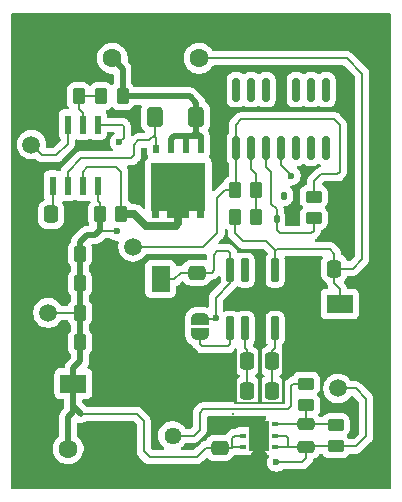
<source format=gbr>
%TF.GenerationSoftware,KiCad,Pcbnew,9.0.2*%
%TF.CreationDate,2025-05-22T13:04:18+05:30*%
%TF.ProjectId,GaN_pwr_delivery_module,47614e5f-7077-4725-9f64-656c69766572,rev?*%
%TF.SameCoordinates,Original*%
%TF.FileFunction,Copper,L1,Top*%
%TF.FilePolarity,Positive*%
%FSLAX46Y46*%
G04 Gerber Fmt 4.6, Leading zero omitted, Abs format (unit mm)*
G04 Created by KiCad (PCBNEW 9.0.2) date 2025-05-22 13:04:18*
%MOMM*%
%LPD*%
G01*
G04 APERTURE LIST*
G04 Aperture macros list*
%AMRoundRect*
0 Rectangle with rounded corners*
0 $1 Rounding radius*
0 $2 $3 $4 $5 $6 $7 $8 $9 X,Y pos of 4 corners*
0 Add a 4 corners polygon primitive as box body*
4,1,4,$2,$3,$4,$5,$6,$7,$8,$9,$2,$3,0*
0 Add four circle primitives for the rounded corners*
1,1,$1+$1,$2,$3*
1,1,$1+$1,$4,$5*
1,1,$1+$1,$6,$7*
1,1,$1+$1,$8,$9*
0 Add four rect primitives between the rounded corners*
20,1,$1+$1,$2,$3,$4,$5,0*
20,1,$1+$1,$4,$5,$6,$7,0*
20,1,$1+$1,$6,$7,$8,$9,0*
20,1,$1+$1,$8,$9,$2,$3,0*%
%AMFreePoly0*
4,1,23,0.500000,-0.750000,0.000000,-0.750000,0.000000,-0.745722,-0.065263,-0.745722,-0.191342,-0.711940,-0.304381,-0.646677,-0.396677,-0.554381,-0.461940,-0.441342,-0.495722,-0.315263,-0.495722,-0.250000,-0.500000,-0.250000,-0.500000,0.250000,-0.495722,0.250000,-0.495722,0.315263,-0.461940,0.441342,-0.396677,0.554381,-0.304381,0.646677,-0.191342,0.711940,-0.065263,0.745722,0.000000,0.745722,
0.000000,0.750000,0.500000,0.750000,0.500000,-0.750000,0.500000,-0.750000,$1*%
%AMFreePoly1*
4,1,23,0.000000,0.745722,0.065263,0.745722,0.191342,0.711940,0.304381,0.646677,0.396677,0.554381,0.461940,0.441342,0.495722,0.315263,0.495722,0.250000,0.500000,0.250000,0.500000,-0.250000,0.495722,-0.250000,0.495722,-0.315263,0.461940,-0.441342,0.396677,-0.554381,0.304381,-0.646677,0.191342,-0.711940,0.065263,-0.745722,0.000000,-0.745722,0.000000,-0.750000,-0.500000,-0.750000,
-0.500000,0.750000,0.000000,0.750000,0.000000,0.745722,0.000000,0.745722,$1*%
%AMFreePoly2*
4,1,45,2.061036,2.303536,2.062500,2.300000,2.062500,2.160000,2.607500,2.160000,2.611036,2.158536,2.612500,2.155000,2.612500,1.655000,2.611036,1.651464,2.607500,1.650000,2.062500,1.650000,2.062500,0.890000,2.607500,0.890000,2.611036,0.888536,2.612500,0.885000,2.612500,0.385000,2.611036,0.381464,2.607500,0.380000,2.062500,0.380000,2.062500,-0.380000,2.607500,-0.380000,
2.611036,-0.381464,2.612500,-0.385000,2.612500,-0.885000,2.611036,-0.888536,2.607500,-0.890000,2.062500,-0.890000,2.062500,-1.650000,2.607500,-1.650000,2.611036,-1.651464,2.612500,-1.655000,2.612500,-2.155000,2.611036,-2.158536,2.607500,-2.160000,2.062500,-2.160000,2.062500,-2.300000,2.061036,-2.303536,2.057500,-2.305000,-2.062500,-2.305000,-2.066036,-2.303536,-2.067500,-2.300000,
-2.067500,2.300000,-2.066036,2.303536,-2.062500,2.305000,2.057500,2.305000,2.061036,2.303536,2.061036,2.303536,$1*%
G04 Aperture macros list end*
%TA.AperFunction,Conductor*%
%ADD10C,0.200000*%
%TD*%
%TA.AperFunction,SMDPad,CuDef*%
%ADD11RoundRect,0.075000X0.225000X-0.910000X0.225000X0.910000X-0.225000X0.910000X-0.225000X-0.910000X0*%
%TD*%
%TA.AperFunction,SMDPad,CuDef*%
%ADD12RoundRect,0.250000X0.475000X-0.337500X0.475000X0.337500X-0.475000X0.337500X-0.475000X-0.337500X0*%
%TD*%
%TA.AperFunction,SMDPad,CuDef*%
%ADD13RoundRect,0.112500X-0.112500X-0.237500X0.112500X-0.237500X0.112500X0.237500X-0.112500X0.237500X0*%
%TD*%
%TA.AperFunction,SMDPad,CuDef*%
%ADD14R,2.200000X1.600000*%
%TD*%
%TA.AperFunction,SMDPad,CuDef*%
%ADD15RoundRect,0.250000X-0.262500X-0.450000X0.262500X-0.450000X0.262500X0.450000X-0.262500X0.450000X0*%
%TD*%
%TA.AperFunction,ComponentPad*%
%ADD16C,1.440000*%
%TD*%
%TA.AperFunction,SMDPad,CuDef*%
%ADD17C,1.500000*%
%TD*%
%TA.AperFunction,SMDPad,CuDef*%
%ADD18FreePoly0,270.000000*%
%TD*%
%TA.AperFunction,SMDPad,CuDef*%
%ADD19FreePoly1,270.000000*%
%TD*%
%TA.AperFunction,SMDPad,CuDef*%
%ADD20RoundRect,0.150000X0.150000X-0.835000X0.150000X0.835000X-0.150000X0.835000X-0.150000X-0.835000X0*%
%TD*%
%TA.AperFunction,SMDPad,CuDef*%
%ADD21RoundRect,0.250000X0.262500X0.450000X-0.262500X0.450000X-0.262500X-0.450000X0.262500X-0.450000X0*%
%TD*%
%TA.AperFunction,SMDPad,CuDef*%
%ADD22RoundRect,0.250000X-0.450000X0.262500X-0.450000X-0.262500X0.450000X-0.262500X0.450000X0.262500X0*%
%TD*%
%TA.AperFunction,ComponentPad*%
%ADD23RoundRect,0.250000X-0.550000X-0.550000X0.550000X-0.550000X0.550000X0.550000X-0.550000X0.550000X0*%
%TD*%
%TA.AperFunction,ComponentPad*%
%ADD24C,1.600000*%
%TD*%
%TA.AperFunction,SMDPad,CuDef*%
%ADD25RoundRect,0.250000X0.337500X0.475000X-0.337500X0.475000X-0.337500X-0.475000X0.337500X-0.475000X0*%
%TD*%
%TA.AperFunction,SMDPad,CuDef*%
%ADD26R,1.600000X2.200000*%
%TD*%
%TA.AperFunction,SMDPad,CuDef*%
%ADD27RoundRect,0.250000X-0.250000X-0.475000X0.250000X-0.475000X0.250000X0.475000X-0.250000X0.475000X0*%
%TD*%
%TA.AperFunction,SMDPad,CuDef*%
%ADD28RoundRect,0.250000X0.475000X-0.250000X0.475000X0.250000X-0.475000X0.250000X-0.475000X-0.250000X0*%
%TD*%
%TA.AperFunction,SMDPad,CuDef*%
%ADD29RoundRect,0.250000X-0.337500X-0.475000X0.337500X-0.475000X0.337500X0.475000X-0.337500X0.475000X0*%
%TD*%
%TA.AperFunction,SMDPad,CuDef*%
%ADD30R,0.630000X0.450000*%
%TD*%
%TA.AperFunction,SMDPad,CuDef*%
%ADD31R,1.700000X2.600000*%
%TD*%
%TA.AperFunction,SMDPad,CuDef*%
%ADD32R,0.500000X0.650000*%
%TD*%
%TA.AperFunction,SMDPad,CuDef*%
%ADD33FreePoly2,270.000000*%
%TD*%
%TA.AperFunction,SMDPad,CuDef*%
%ADD34RoundRect,0.250000X0.450000X-0.262500X0.450000X0.262500X-0.450000X0.262500X-0.450000X-0.262500X0*%
%TD*%
%TA.AperFunction,SMDPad,CuDef*%
%ADD35RoundRect,0.250000X-0.475000X0.337500X-0.475000X-0.337500X0.475000X-0.337500X0.475000X0.337500X0*%
%TD*%
%TA.AperFunction,ComponentPad*%
%ADD36RoundRect,0.250000X0.550000X0.550000X-0.550000X0.550000X-0.550000X-0.550000X0.550000X-0.550000X0*%
%TD*%
%TA.AperFunction,SMDPad,CuDef*%
%ADD37RoundRect,0.250000X-0.400000X-0.600000X0.400000X-0.600000X0.400000X0.600000X-0.400000X0.600000X0*%
%TD*%
%TA.AperFunction,SMDPad,CuDef*%
%ADD38R,0.533400X1.600000*%
%TD*%
%TA.AperFunction,ViaPad*%
%ADD39C,0.200000*%
%TD*%
%TA.AperFunction,ViaPad*%
%ADD40C,0.600000*%
%TD*%
%TA.AperFunction,Conductor*%
%ADD41C,0.500000*%
%TD*%
%TA.AperFunction,Conductor*%
%ADD42C,0.700000*%
%TD*%
G04 APERTURE END LIST*
%TO.N,GND*%
D10*
X235357933Y-136050000D02*
X235483333Y-136050000D01*
X235483333Y-140550000D01*
X235357933Y-140550000D01*
X235357933Y-136050000D01*
%TA.AperFunction,Conductor*%
G36*
X235357933Y-136050000D02*
G01*
X235483333Y-136050000D01*
X235483333Y-140550000D01*
X235357933Y-140550000D01*
X235357933Y-136050000D01*
G37*
%TD.AperFunction*%
X239408333Y-136050000D02*
X239558333Y-136050000D01*
X239558333Y-140550000D01*
X239408333Y-140550000D01*
X239408333Y-136050000D01*
%TA.AperFunction,Conductor*%
G36*
X239408333Y-136050000D02*
G01*
X239558333Y-136050000D01*
X239558333Y-140550000D01*
X239408333Y-140550000D01*
X239408333Y-136050000D01*
G37*
%TD.AperFunction*%
X235358333Y-140550000D02*
X239558333Y-140550000D01*
X239558333Y-140575400D01*
X235358333Y-140575400D01*
X235358333Y-140550000D01*
%TA.AperFunction,Conductor*%
G36*
X235358333Y-140550000D02*
G01*
X239558333Y-140550000D01*
X239558333Y-140575400D01*
X235358333Y-140575400D01*
X235358333Y-140550000D01*
G37*
%TD.AperFunction*%
X237383333Y-136000000D02*
X237533333Y-136000000D01*
X237533333Y-140500000D01*
X237383333Y-140500000D01*
X237383333Y-136000000D01*
%TA.AperFunction,Conductor*%
G36*
X237383333Y-136000000D02*
G01*
X237533333Y-136000000D01*
X237533333Y-140500000D01*
X237383333Y-140500000D01*
X237383333Y-136000000D01*
G37*
%TD.AperFunction*%
%TD*%
D11*
%TO.P,U2,1,FC*%
%TO.N,Net-(JP1-B)*%
X234953333Y-134270000D03*
%TO.P,U2,2,CAP+*%
%TO.N,Net-(U2-CAP+)*%
X236223333Y-134270000D03*
%TO.P,U2,3,GND*%
%TO.N,GND*%
X237493333Y-134270000D03*
%TO.P,U2,4,CAP-*%
%TO.N,Net-(U2-CAP-)*%
X238763333Y-134270000D03*
%TO.P,U2,5,OUT*%
%TO.N,negGateV*%
X238763333Y-129330000D03*
%TO.P,U2,6,LV*%
%TO.N,GND*%
X237493333Y-129330000D03*
%TO.P,U2,7,OSC*%
%TO.N,unconnected-(U2-OSC-Pad7)*%
X236223333Y-129330000D03*
%TO.P,U2,8,V+*%
%TO.N,posGateV*%
X234953333Y-129330000D03*
%TD*%
D12*
%TO.P,C1,1*%
%TO.N,+28V*%
X234083333Y-144387500D03*
%TO.P,C1,2*%
%TO.N,GND*%
X234083333Y-142312500D03*
%TD*%
D13*
%TO.P,D32,1,A*%
%TO.N,Net-(D32-A)*%
X238890833Y-125025000D03*
%TO.P,D32,2,K*%
%TO.N,GND*%
X240190833Y-125025000D03*
%TO.P,D32,3,COM*%
%TO.N,unconnected-(D32-COM-Pad3)*%
X239540833Y-123025000D03*
%TD*%
D14*
%TO.P,C13,1*%
%TO.N,negGateV*%
X244233333Y-132200000D03*
%TO.P,C13,2*%
%TO.N,GND*%
X241233333Y-132200000D03*
%TD*%
D15*
%TO.P,R8,1*%
%TO.N,+28V*%
X223920833Y-124600000D03*
%TO.P,R8,2*%
%TO.N,Net-(U3-SENSE)*%
X225745833Y-124600000D03*
%TD*%
D16*
%TO.P,RV1,1,1*%
%TO.N,Net-(R3-Pad2)*%
X230083333Y-143350000D03*
%TO.P,RV1,2,2*%
%TO.N,GND*%
X230083333Y-140810000D03*
%TO.P,RV1,3,3*%
X230083333Y-138270000D03*
%TD*%
D17*
%TO.P,TP5,1,1*%
%TO.N,Net-(U3-PWRGD)*%
X218133333Y-118700000D03*
%TD*%
D18*
%TO.P,JP1,1,A*%
%TO.N,posGateV*%
X232383333Y-133450000D03*
D19*
%TO.P,JP1,2,B*%
%TO.N,Net-(JP1-B)*%
X232383333Y-134750000D03*
%TD*%
D20*
%TO.P,U4,1*%
%TO.N,isGateOn*%
X235460833Y-119025000D03*
%TO.P,U4,2,-*%
%TO.N,Net-(U4A--)*%
X236730833Y-119025000D03*
%TO.P,U4,3,+*%
%TO.N,Net-(D32-A)*%
X238000833Y-119025000D03*
%TO.P,U4,4,V+*%
%TO.N,+28V*%
X239270833Y-119025000D03*
%TO.P,U4,5,+*%
%TO.N,unconnected-(U4B-+-Pad5)*%
X240540833Y-119025000D03*
%TO.P,U4,6,-*%
%TO.N,unconnected-(U4B---Pad6)*%
X241810833Y-119025000D03*
%TO.P,U4,7*%
%TO.N,unconnected-(U4-Pad7)*%
X243080833Y-119025000D03*
%TO.P,U4,8*%
%TO.N,unconnected-(U4-Pad8)*%
X243080833Y-114075000D03*
%TO.P,U4,9,-*%
%TO.N,unconnected-(U4C---Pad9)*%
X241810833Y-114075000D03*
%TO.P,U4,10,+*%
%TO.N,unconnected-(U4C-+-Pad10)*%
X240540833Y-114075000D03*
%TO.P,U4,11,V-*%
%TO.N,GND*%
X239270833Y-114075000D03*
%TO.P,U4,12,+*%
%TO.N,unconnected-(U4D-+-Pad12)*%
X238000833Y-114075000D03*
%TO.P,U4,13,-*%
%TO.N,unconnected-(U4D---Pad13)*%
X236730833Y-114075000D03*
%TO.P,U4,14*%
%TO.N,unconnected-(U4-Pad14)*%
X235460833Y-114075000D03*
%TD*%
D17*
%TO.P,TP2,1,1*%
%TO.N,GND*%
X219393333Y-127950000D03*
%TD*%
D21*
%TO.P,R4,1*%
%TO.N,Net-(U4A--)*%
X237183333Y-124800000D03*
%TO.P,R4,2*%
%TO.N,negGateV*%
X235358333Y-124800000D03*
%TD*%
D17*
%TO.P,TP3,1,1*%
%TO.N,posGateV*%
X244083333Y-139350000D03*
%TD*%
D22*
%TO.P,R9,1*%
%TO.N,isGateOn*%
X242040833Y-123112500D03*
%TO.P,R9,2*%
%TO.N,Net-(D32-A)*%
X242040833Y-124937500D03*
%TD*%
D23*
%TO.P,J3,1,Pin_1*%
%TO.N,GND*%
X221383333Y-111400000D03*
D24*
%TO.P,J3,2,Pin_2*%
%TO.N,drainV*%
X224983333Y-111400000D03*
%TD*%
D25*
%TO.P,C10,1*%
%TO.N,Net-(U2-CAP-)*%
X238495833Y-139550000D03*
%TO.P,C10,2*%
%TO.N,Net-(U2-CAP+)*%
X236420833Y-139550000D03*
%TD*%
D26*
%TO.P,C7,1*%
%TO.N,posGateV*%
X229083333Y-130100000D03*
%TO.P,C7,2*%
%TO.N,GND*%
X229083333Y-133100000D03*
%TD*%
D23*
%TO.P,J2,1,Pin_1*%
%TO.N,GND*%
X228733333Y-111400000D03*
D24*
%TO.P,J2,2,Pin_2*%
%TO.N,negGateV*%
X232333333Y-111400000D03*
%TD*%
D27*
%TO.P,C6,1*%
%TO.N,+28V*%
X222233333Y-130450000D03*
%TO.P,C6,2*%
%TO.N,GND*%
X224133333Y-130450000D03*
%TD*%
D28*
%TO.P,C11,1*%
%TO.N,posGateV*%
X241395833Y-144300000D03*
%TO.P,C11,2*%
%TO.N,Net-(U1-ADJ)*%
X241395833Y-142400000D03*
%TD*%
D29*
%TO.P,C14,1*%
%TO.N,Net-(U3-TIMER)*%
X219795833Y-124600000D03*
%TO.P,C14,2*%
%TO.N,GND*%
X221870833Y-124600000D03*
%TD*%
D17*
%TO.P,TP1,1,1*%
%TO.N,+28V*%
X219543333Y-132950000D03*
%TD*%
D30*
%TO.P,U1,1,GND*%
%TO.N,GND*%
X236055833Y-142400000D03*
%TO.P,U1,2,EN*%
%TO.N,+28V*%
X236055833Y-143350000D03*
%TO.P,U1,3,Vin*%
X236055833Y-144300000D03*
%TO.P,U1,4,Vout*%
%TO.N,posGateV*%
X238735833Y-144300000D03*
%TO.P,U1,5,Vsense*%
X238735833Y-143350000D03*
%TO.P,U1,6,ADJ*%
%TO.N,Net-(U1-ADJ)*%
X238735833Y-142400000D03*
D31*
%TO.P,U1,7,GND*%
%TO.N,GND*%
X237395833Y-143350000D03*
%TD*%
D27*
%TO.P,C4,1*%
%TO.N,+28V*%
X222233333Y-132950000D03*
%TO.P,C4,2*%
%TO.N,GND*%
X224133333Y-132950000D03*
%TD*%
D32*
%TO.P,Q1,1*%
%TO.N,drainV*%
X232488333Y-119095000D03*
%TO.P,Q1,2*%
X231218333Y-119095000D03*
%TO.P,Q1,3*%
X229948333Y-119095000D03*
%TO.P,Q1,4*%
%TO.N,Net-(D1-K)*%
X228678333Y-119095000D03*
D33*
%TO.P,Q1,5_8*%
%TO.N,Net-(U3-SENSE)*%
X230583333Y-122312500D03*
%TD*%
D34*
%TO.P,R2,1*%
%TO.N,posGateV*%
X243895833Y-144262500D03*
%TO.P,R2,2*%
%TO.N,Net-(U1-ADJ)*%
X243895833Y-142437500D03*
%TD*%
D25*
%TO.P,C12,1*%
%TO.N,negGateV*%
X243770833Y-129200000D03*
%TO.P,C12,2*%
%TO.N,GND*%
X241695833Y-129200000D03*
%TD*%
D27*
%TO.P,C8,1*%
%TO.N,+28V*%
X222233333Y-127950000D03*
%TO.P,C8,2*%
%TO.N,GND*%
X224133333Y-127950000D03*
%TD*%
D15*
%TO.P,R1,1*%
%TO.N,+28V*%
X222270833Y-135450000D03*
%TO.P,R1,2*%
%TO.N,GND*%
X224095833Y-135450000D03*
%TD*%
D25*
%TO.P,C9,1*%
%TO.N,Net-(U2-CAP-)*%
X238495833Y-137050000D03*
%TO.P,C9,2*%
%TO.N,Net-(U2-CAP+)*%
X236420833Y-137050000D03*
%TD*%
D14*
%TO.P,C2,1*%
%TO.N,+28V*%
X221683333Y-138950000D03*
%TO.P,C2,2*%
%TO.N,GND*%
X224683333Y-138950000D03*
%TD*%
D21*
%TO.P,R6,1*%
%TO.N,Net-(U3-FB)*%
X222133333Y-114600000D03*
%TO.P,R6,2*%
%TO.N,GND*%
X220308333Y-114600000D03*
%TD*%
D17*
%TO.P,TP4,1,1*%
%TO.N,isGateOn*%
X226733333Y-127350000D03*
%TD*%
D35*
%TO.P,C5,1*%
%TO.N,posGateV*%
X232133333Y-129550000D03*
%TO.P,C5,2*%
%TO.N,GND*%
X232133333Y-131625000D03*
%TD*%
D36*
%TO.P,J1,1,Pin_1*%
%TO.N,GND*%
X224843333Y-144450000D03*
D24*
%TO.P,J1,2,Pin_2*%
%TO.N,+28V*%
X221243333Y-144450000D03*
%TD*%
D21*
%TO.P,R7,1*%
%TO.N,drainV*%
X225845833Y-114600000D03*
%TO.P,R7,2*%
%TO.N,Net-(U3-FB)*%
X224020833Y-114600000D03*
%TD*%
D15*
%TO.P,R5,1*%
%TO.N,isGateOn*%
X235358333Y-122550000D03*
%TO.P,R5,2*%
%TO.N,Net-(U4A--)*%
X237183333Y-122550000D03*
%TD*%
D34*
%TO.P,R3,1*%
%TO.N,Net-(U1-ADJ)*%
X241395833Y-140762500D03*
%TO.P,R3,2*%
%TO.N,Net-(R3-Pad2)*%
X241395833Y-138937500D03*
%TD*%
D37*
%TO.P,D1,1,K*%
%TO.N,Net-(D1-K)*%
X228583333Y-116350000D03*
%TO.P,D1,2,A*%
%TO.N,drainV*%
X232083333Y-116350000D03*
%TD*%
D38*
%TO.P,U3,1,UV*%
%TO.N,isGateOn*%
X223738333Y-117009200D03*
%TO.P,U3,2,FB*%
%TO.N,Net-(U3-FB)*%
X222468333Y-117009200D03*
%TO.P,U3,3,PWRGD*%
%TO.N,Net-(U3-PWRGD)*%
X221198333Y-117009200D03*
%TO.P,U3,4,GND*%
%TO.N,GND*%
X219928333Y-117009200D03*
%TO.P,U3,5,TIMER*%
%TO.N,Net-(U3-TIMER)*%
X219928333Y-122190800D03*
%TO.P,U3,6,GATE*%
%TO.N,Net-(D1-K)*%
X221198333Y-122190800D03*
%TO.P,U3,7,SENSE*%
%TO.N,Net-(U3-SENSE)*%
X222468333Y-122190800D03*
%TO.P,U3,8,VCC*%
%TO.N,+28V*%
X223738333Y-122190800D03*
%TD*%
D39*
%TO.N,GND*%
X241933333Y-134400000D03*
X235433333Y-139150000D03*
X232483333Y-113700000D03*
X235433333Y-140083333D03*
X238738888Y-110500000D03*
X219083333Y-116594444D03*
X239483333Y-138700000D03*
X244100000Y-123300000D03*
X224695658Y-117898795D03*
X234533333Y-121200000D03*
X245033333Y-123300000D03*
X233300000Y-119700000D03*
X237458333Y-139166667D03*
X228372222Y-112950000D03*
X219083333Y-117400000D03*
X237127777Y-110500000D03*
X247183333Y-118416667D03*
X241033333Y-120750000D03*
X220233333Y-120500000D03*
X231338889Y-112950000D03*
X244683333Y-114383333D03*
X232950000Y-112950000D03*
X245633333Y-141350000D03*
X235433333Y-140550000D03*
X242350000Y-135400000D03*
X235433333Y-138700000D03*
X225883333Y-133666667D03*
X245283333Y-116750000D03*
X247083333Y-111500000D03*
X237150000Y-142966667D03*
X234183333Y-116450000D03*
X234633333Y-117200000D03*
X240833333Y-137550000D03*
X236683333Y-143733333D03*
X240477777Y-110500000D03*
X237083333Y-132300000D03*
X237458333Y-137316667D03*
X238683333Y-140550000D03*
X225883333Y-129200000D03*
X244100000Y-125000000D03*
X227183333Y-110988889D03*
X243516666Y-137550000D03*
X237616666Y-142966667D03*
X221033333Y-119950000D03*
X245283333Y-127050000D03*
X239483333Y-136850000D03*
X237616666Y-142200000D03*
X222600000Y-112950000D03*
X227938888Y-136650000D03*
X239483333Y-136383333D03*
X238083333Y-143733333D03*
X240183333Y-136450000D03*
X245283333Y-119200000D03*
X247183333Y-113800000D03*
X240383333Y-123850000D03*
X236383333Y-140550000D03*
X233050000Y-114700000D03*
X230783333Y-133100000D03*
X229227777Y-135300000D03*
X230533333Y-112950000D03*
X230783333Y-132166667D03*
X243433333Y-110500000D03*
X237150000Y-142583333D03*
X225883333Y-136516667D03*
X238233333Y-140550000D03*
X237458333Y-138700000D03*
X238472222Y-112350000D03*
X247183333Y-122116667D03*
X243972222Y-112350000D03*
X237150000Y-144500000D03*
X231827777Y-136650000D03*
X233550000Y-115650000D03*
X234733333Y-120400000D03*
X237616666Y-143733333D03*
X247183333Y-125766667D03*
X233783333Y-110533333D03*
X244683333Y-113450000D03*
X244733333Y-116083333D03*
X225883333Y-137450000D03*
X219833333Y-110988889D03*
X241116666Y-136450000D03*
X226633333Y-122050000D03*
X245283333Y-118266667D03*
X236683333Y-142200000D03*
X229677777Y-136650000D03*
X233600000Y-121200000D03*
X236633333Y-112350000D03*
X235433333Y-137300000D03*
X221794444Y-112950000D03*
X244383333Y-124150000D03*
X241766666Y-137550000D03*
X239083333Y-132200000D03*
X233333333Y-117800000D03*
X242866666Y-136450000D03*
X233583333Y-116950000D03*
X227183333Y-110183333D03*
X240983333Y-121500000D03*
X237983333Y-131350000D03*
X233400000Y-113800000D03*
X240083333Y-112350000D03*
X238083333Y-144116667D03*
X238083333Y-142200000D03*
X238083333Y-142966667D03*
X219833333Y-110183333D03*
X225433333Y-128050000D03*
X245033333Y-125000000D03*
X233783333Y-112950000D03*
X245283333Y-115816667D03*
X235033333Y-116200000D03*
X244733333Y-122400000D03*
X247183333Y-114616667D03*
X240833333Y-122150000D03*
X227183333Y-111794444D03*
X232144444Y-112950000D03*
X235433333Y-136850000D03*
X219833333Y-112600000D03*
X236094444Y-110500000D03*
X247183333Y-120366667D03*
X235233333Y-142125000D03*
X241016666Y-112350000D03*
X239483333Y-137766667D03*
X219283333Y-114133333D03*
X234233333Y-119700000D03*
X247183333Y-121300000D03*
X226683333Y-120850000D03*
X235433333Y-138233333D03*
X236833333Y-140550000D03*
X247183333Y-124950000D03*
X227533333Y-122900000D03*
X233600000Y-118850000D03*
X237150000Y-143733333D03*
X225883333Y-135700000D03*
X234977777Y-110500000D03*
X244333333Y-126150000D03*
X247183333Y-129550000D03*
X237458333Y-135933333D03*
X237458333Y-139633333D03*
X239277777Y-112350000D03*
X234333333Y-113800000D03*
X237458333Y-136400000D03*
X229983333Y-112950000D03*
X237458333Y-138250000D03*
X239150000Y-140550000D03*
X228744444Y-136650000D03*
X246727777Y-110500000D03*
X242627777Y-110500000D03*
X242583333Y-137550000D03*
X235233333Y-142700000D03*
X225691256Y-116190136D03*
X244350000Y-127050000D03*
X238083333Y-144500000D03*
X239544444Y-110500000D03*
X237458333Y-140100000D03*
X237666666Y-112350000D03*
X238083333Y-142583333D03*
X225883333Y-131916667D03*
X234533333Y-118850000D03*
X235916666Y-140550000D03*
X237616666Y-144500000D03*
X237150000Y-144116667D03*
X244333333Y-141000000D03*
X233783333Y-112144444D03*
X247183333Y-128616667D03*
X240583333Y-122944444D03*
X241594444Y-110500000D03*
X239283333Y-115650000D03*
X227408396Y-117574039D03*
X235433333Y-136383333D03*
X242866666Y-134400000D03*
X227203149Y-116259180D03*
X247183333Y-126700000D03*
X239483333Y-139616667D03*
X224088889Y-112950000D03*
X241683333Y-120700000D03*
X224862060Y-116002623D03*
X241483333Y-121400000D03*
X243400000Y-126150000D03*
X247183333Y-112866667D03*
X231500000Y-144250000D03*
X220988889Y-112950000D03*
X227583333Y-120200000D03*
X224894444Y-112950000D03*
X237616666Y-142583333D03*
X243800000Y-122400000D03*
X226783333Y-123400000D03*
X239483333Y-140550000D03*
X243283333Y-135400000D03*
X247183333Y-117600000D03*
X234233333Y-117800000D03*
X244733333Y-115150000D03*
X230033333Y-135300000D03*
X225883333Y-134600000D03*
X236683333Y-142583333D03*
X237458333Y-137783333D03*
X226471960Y-115899999D03*
X245283333Y-121350000D03*
X226728518Y-116727398D03*
X235983333Y-131500000D03*
X219283333Y-114938889D03*
X237533333Y-127700000D03*
X247183333Y-127800000D03*
X239483333Y-138233333D03*
X232633333Y-136650000D03*
X247183333Y-116666667D03*
X225883333Y-130950000D03*
X241533333Y-135400000D03*
X247183333Y-119350000D03*
X243166666Y-112350000D03*
X227235219Y-115585716D03*
X235516666Y-112350000D03*
X226728518Y-117535555D03*
X229177777Y-112950000D03*
X225883333Y-130016667D03*
X241933333Y-136450000D03*
X237766666Y-140550000D03*
X237616666Y-144116667D03*
X244577777Y-110500000D03*
X223283333Y-112950000D03*
X236683333Y-142966667D03*
X237150000Y-142200000D03*
X237300000Y-140550000D03*
X243400000Y-141000000D03*
X233983333Y-114700000D03*
X247183333Y-123050000D03*
X239483333Y-139150000D03*
X236683333Y-143350000D03*
X220183333Y-112950000D03*
X235433333Y-137766667D03*
X239483333Y-140083333D03*
X237616666Y-143350000D03*
X230794444Y-136650000D03*
X235433333Y-139616667D03*
X245694444Y-110500000D03*
X225883333Y-132850000D03*
X238083333Y-143350000D03*
X219300000Y-120500000D03*
X245283333Y-120416667D03*
X240600000Y-135400000D03*
X233800000Y-120400000D03*
X240183333Y-134400000D03*
X236683333Y-144116667D03*
X243450000Y-124150000D03*
X236683333Y-144500000D03*
X219833333Y-111794444D03*
X227483333Y-121600000D03*
X242133333Y-112350000D03*
X227566666Y-112950000D03*
X247183333Y-115550000D03*
X227183333Y-112600000D03*
X241116666Y-134400000D03*
X239483333Y-137300000D03*
X234483333Y-115650000D03*
X227077777Y-135300000D03*
X237458333Y-136850000D03*
X237933333Y-110500000D03*
X237150000Y-143350000D03*
X247183333Y-124016667D03*
X235233333Y-141550000D03*
X228194444Y-135300000D03*
X245633333Y-142283333D03*
X223109276Y-118275080D03*
D40*
%TO.N,posGateV*%
X233733333Y-133400000D03*
X238883333Y-145600000D03*
%TO.N,+28V*%
X240133333Y-121350000D03*
X225383333Y-126050000D03*
%TO.N,isGateOn*%
X226733333Y-127350000D03*
X225583333Y-118500000D03*
%TD*%
D10*
%TO.N,GND*%
X219928333Y-117009200D02*
X219928333Y-116005000D01*
X220308333Y-115625000D02*
X220308333Y-114600000D01*
X219928333Y-116005000D02*
X220308333Y-115625000D01*
%TO.N,posGateV*%
X241395833Y-144300000D02*
X239745833Y-144300000D01*
X233383333Y-129550000D02*
X233583333Y-129350000D01*
X233583333Y-129350000D02*
X233583333Y-128050000D01*
X241395833Y-144300000D02*
X241845833Y-144300000D01*
X241883333Y-144262500D02*
X243895833Y-144262500D01*
X234953333Y-130430000D02*
X234953333Y-129330000D01*
X239695833Y-143350000D02*
X239895833Y-143550000D01*
X243895833Y-144262500D02*
X245620833Y-144262500D01*
X233733333Y-131650000D02*
X234953333Y-130430000D01*
X232383333Y-133450000D02*
X233683333Y-133450000D01*
X241845833Y-144300000D02*
X241883333Y-144262500D01*
X233583333Y-128050000D02*
X233883333Y-127750000D01*
X241033333Y-145600000D02*
X241395833Y-145237500D01*
X233733333Y-133400000D02*
X233733333Y-131650000D01*
X239745833Y-144300000D02*
X238830833Y-144300000D01*
X238883333Y-145600000D02*
X241033333Y-145600000D01*
X233883333Y-127750000D02*
X234808333Y-127750000D01*
X246483333Y-140250000D02*
X245583333Y-139350000D01*
X230783333Y-129550000D02*
X232133333Y-129550000D01*
X238830833Y-143350000D02*
X239695833Y-143350000D01*
X232133333Y-129550000D02*
X233383333Y-129550000D01*
X230233333Y-130100000D02*
X230783333Y-129550000D01*
X233683333Y-133450000D02*
X233733333Y-133400000D01*
X234953333Y-127895000D02*
X234953333Y-129330000D01*
X239895833Y-143550000D02*
X239895833Y-144300000D01*
X246483333Y-143400000D02*
X246483333Y-140250000D01*
X234808333Y-127750000D02*
X234953333Y-127895000D01*
X245583333Y-139350000D02*
X244083333Y-139350000D01*
X229083333Y-130100000D02*
X230233333Y-130100000D01*
X241395833Y-144300000D02*
X241395833Y-145237500D01*
X245620833Y-144262500D02*
X246483333Y-143400000D01*
%TO.N,negGateV*%
X238763333Y-127630000D02*
X238033333Y-126900000D01*
X243770833Y-127937500D02*
X243383333Y-127550000D01*
X238763333Y-127700000D02*
X238763333Y-129330000D01*
X235358333Y-126175000D02*
X235358333Y-124800000D01*
X238763333Y-129330000D02*
X238763333Y-127630000D01*
X243770833Y-130450000D02*
X244233333Y-130912500D01*
X244833333Y-111400000D02*
X246133333Y-112700000D01*
X245333333Y-129200000D02*
X243770833Y-129200000D01*
X243383333Y-127550000D02*
X238913333Y-127550000D01*
X232333333Y-111400000D02*
X244833333Y-111400000D01*
X238033333Y-126900000D02*
X236083333Y-126900000D01*
X244233333Y-130912500D02*
X244233333Y-132200000D01*
X243770833Y-129200000D02*
X243770833Y-127937500D01*
X236083333Y-126900000D02*
X235358333Y-126175000D01*
X246133333Y-128400000D02*
X245333333Y-129200000D01*
X243770833Y-129200000D02*
X243770833Y-130450000D01*
X246133333Y-112700000D02*
X246133333Y-128400000D01*
X238913333Y-127550000D02*
X238763333Y-127700000D01*
%TO.N,+28V*%
X225383333Y-126050000D02*
X224008333Y-126050000D01*
D41*
X221683333Y-138950000D02*
X221683333Y-140850000D01*
D10*
X235145833Y-143537500D02*
X235145833Y-144387500D01*
D41*
X223533333Y-126350000D02*
X223920833Y-125962500D01*
D10*
X235333333Y-143350000D02*
X235145833Y-143537500D01*
X240133333Y-121300000D02*
X240133333Y-121350000D01*
D41*
X221243333Y-141750000D02*
X221683333Y-141310000D01*
D10*
X228133333Y-145150000D02*
X232133333Y-145150000D01*
X239270833Y-120437500D02*
X239683333Y-120850000D01*
D41*
X222270833Y-132987500D02*
X222233333Y-132950000D01*
D10*
X239683333Y-120850000D02*
X240133333Y-121300000D01*
D41*
X221683333Y-138950000D02*
X221683333Y-137650000D01*
D10*
X222233333Y-132950000D02*
X219543333Y-132950000D01*
X223920833Y-123687500D02*
X223920833Y-124600000D01*
X235233333Y-144300000D02*
X236055833Y-144300000D01*
X236055833Y-143350000D02*
X235333333Y-143350000D01*
X235145833Y-144387500D02*
X235233333Y-144300000D01*
X227633333Y-144650000D02*
X228133333Y-145150000D01*
D41*
X222233333Y-132950000D02*
X222233333Y-130450000D01*
X222233333Y-130450000D02*
X222233333Y-127950000D01*
X222233333Y-126950000D02*
X222833333Y-126350000D01*
D10*
X223738333Y-123505000D02*
X223920833Y-123687500D01*
X239270833Y-119025000D02*
X239270833Y-120437500D01*
X227033333Y-141500000D02*
X227633333Y-142100000D01*
D41*
X221683333Y-141310000D02*
X221683333Y-138950000D01*
X222833333Y-126350000D02*
X223533333Y-126350000D01*
X222270833Y-135450000D02*
X222270833Y-132987500D01*
D10*
X223738333Y-122190800D02*
X223738333Y-123505000D01*
X224008333Y-126050000D02*
X223920833Y-125962500D01*
X222333333Y-141500000D02*
X227033333Y-141500000D01*
D41*
X222233333Y-127950000D02*
X222233333Y-126950000D01*
X221683333Y-140850000D02*
X222333333Y-141500000D01*
X223920833Y-125962500D02*
X223920833Y-124600000D01*
D10*
X227633333Y-142100000D02*
X227633333Y-144650000D01*
D41*
X221243333Y-144450000D02*
X221243333Y-141750000D01*
X222270833Y-137062500D02*
X222270833Y-135450000D01*
D10*
X232133333Y-145150000D02*
X232895833Y-144387500D01*
D41*
X221683333Y-137650000D02*
X222270833Y-137062500D01*
D10*
X234083333Y-144387500D02*
X235145833Y-144387500D01*
X232895833Y-144387500D02*
X234083333Y-144387500D01*
D41*
%TO.N,drainV*%
X232488333Y-119095000D02*
X232488333Y-118005000D01*
X232083333Y-117755000D02*
X231833333Y-118005000D01*
X231218333Y-118120000D02*
X231333333Y-118005000D01*
X225845833Y-112262500D02*
X224983333Y-111400000D01*
X232333333Y-118005000D02*
X232488333Y-118005000D01*
X225845833Y-114600000D02*
X225845833Y-112262500D01*
X232083333Y-115150000D02*
X231533333Y-114600000D01*
X232083333Y-117755000D02*
X232333333Y-118005000D01*
X232083333Y-117600000D02*
X232083333Y-116350000D01*
X229948333Y-118235000D02*
X230178333Y-118005000D01*
X231218333Y-119095000D02*
X231218333Y-118120000D01*
X231333333Y-118005000D02*
X231833333Y-118005000D01*
X231833333Y-118005000D02*
X232488333Y-118005000D01*
X229948333Y-119095000D02*
X229948333Y-118235000D01*
X232083333Y-116350000D02*
X232083333Y-115150000D01*
X225845833Y-114600000D02*
X231533333Y-114600000D01*
X232083333Y-116350000D02*
X232083333Y-117755000D01*
X230178333Y-118005000D02*
X231333333Y-118005000D01*
D10*
%TO.N,Net-(D1-K)*%
X228583333Y-117850000D02*
X228583333Y-116350000D01*
X228678333Y-119095000D02*
X228678333Y-118145000D01*
X221198333Y-120985000D02*
X221198333Y-122190800D01*
X228583333Y-118050000D02*
X228583333Y-117850000D01*
X227183333Y-118350000D02*
X226833333Y-118700000D01*
X226583333Y-119850000D02*
X222333333Y-119850000D01*
X222333333Y-119850000D02*
X221198333Y-120985000D01*
X228583333Y-117850000D02*
X228083333Y-118350000D01*
X228083333Y-118350000D02*
X227183333Y-118350000D01*
X226833333Y-118700000D02*
X226833333Y-119600000D01*
X226833333Y-119600000D02*
X226583333Y-119850000D01*
X228678333Y-118145000D02*
X228583333Y-118050000D01*
%TO.N,isGateOn*%
X242040833Y-121825000D02*
X242640833Y-121225000D01*
X232683333Y-127400000D02*
X233883333Y-126200000D01*
X242040833Y-123112500D02*
X242040833Y-121825000D01*
X235460833Y-119025000D02*
X235460833Y-122447500D01*
X235460833Y-117005000D02*
X235460833Y-119025000D01*
X225792533Y-117009200D02*
X223738333Y-117009200D01*
X226783333Y-127400000D02*
X232683333Y-127400000D01*
X226733333Y-127350000D02*
X226783333Y-127400000D01*
X225933333Y-117150000D02*
X225792533Y-117009200D01*
X233883333Y-126200000D02*
X233883333Y-123200000D01*
X243765833Y-116550000D02*
X235915833Y-116550000D01*
X234533333Y-122550000D02*
X235358333Y-122550000D01*
X235915833Y-116550000D02*
X235460833Y-117005000D01*
X233883333Y-123200000D02*
X234533333Y-122550000D01*
X225933333Y-118150000D02*
X225933333Y-117150000D01*
X242640833Y-121225000D02*
X244040833Y-121225000D01*
X244040833Y-121225000D02*
X244240833Y-121025000D01*
X244240833Y-117025000D02*
X243765833Y-116550000D01*
X235460833Y-122447500D02*
X235358333Y-122550000D01*
X244240833Y-121025000D02*
X244240833Y-117025000D01*
X225583333Y-118500000D02*
X225933333Y-118150000D01*
%TO.N,Net-(R3-Pad2)*%
X232383333Y-142850000D02*
X231883333Y-143350000D01*
X240133333Y-139100000D02*
X240133333Y-140800000D01*
X241395833Y-138937500D02*
X240295833Y-138937500D01*
X240295833Y-138937500D02*
X240133333Y-139100000D01*
X232683333Y-141100000D02*
X232383333Y-141400000D01*
X232383333Y-141400000D02*
X232383333Y-142850000D01*
X239833333Y-141100000D02*
X232683333Y-141100000D01*
X240133333Y-140800000D02*
X239833333Y-141100000D01*
X231883333Y-143350000D02*
X230083333Y-143350000D01*
D42*
%TO.N,Net-(U3-SENSE)*%
X230333333Y-125600000D02*
X227833333Y-125600000D01*
D10*
X222468333Y-122190800D02*
X222468333Y-120985000D01*
D42*
X227833333Y-125600000D02*
X226833333Y-124600000D01*
X225745833Y-124600000D02*
X226833333Y-124600000D01*
X230583333Y-122312500D02*
X230583333Y-125350000D01*
D10*
X222853333Y-120600000D02*
X225333333Y-120600000D01*
X225745833Y-121012500D02*
X225745833Y-124600000D01*
D42*
X230583333Y-125350000D02*
X230333333Y-125600000D01*
D10*
X222468333Y-120985000D02*
X222853333Y-120600000D01*
X225333333Y-120600000D02*
X225745833Y-121012500D01*
%TO.N,Net-(JP1-B)*%
X232583333Y-135750000D02*
X232383333Y-135550000D01*
X234953333Y-135580000D02*
X234783333Y-135750000D01*
X234953333Y-134270000D02*
X234953333Y-135580000D01*
X234783333Y-135750000D02*
X232583333Y-135750000D01*
X232383333Y-135550000D02*
X232383333Y-134750000D01*
%TO.N,Net-(U4A--)*%
X236730833Y-120760000D02*
X236730833Y-119025000D01*
X237183333Y-121212500D02*
X236730833Y-120760000D01*
X237183333Y-122550000D02*
X237183333Y-121212500D01*
X237183333Y-124800000D02*
X237183333Y-122550000D01*
%TO.N,Net-(U3-FB)*%
X222133333Y-114600000D02*
X224020833Y-114600000D01*
X222468333Y-117009200D02*
X222468333Y-116035000D01*
X222468333Y-116035000D02*
X222133333Y-115700000D01*
X222133333Y-115700000D02*
X222133333Y-114600000D01*
%TO.N,Net-(U2-CAP-)*%
X238763333Y-135895000D02*
X238495833Y-136162500D01*
X238495833Y-137050000D02*
X238495833Y-139550000D01*
X238763333Y-134270000D02*
X238763333Y-135895000D01*
X238495833Y-136162500D02*
X238495833Y-137050000D01*
%TO.N,Net-(U2-CAP+)*%
X236223333Y-135915000D02*
X236420833Y-136112500D01*
X236223333Y-134270000D02*
X236223333Y-135915000D01*
X236420833Y-139550000D02*
X236420833Y-137050000D01*
X236420833Y-136112500D02*
X236420833Y-137050000D01*
%TO.N,Net-(U1-ADJ)*%
X238830833Y-142400000D02*
X241395833Y-142400000D01*
X243858333Y-142400000D02*
X243895833Y-142437500D01*
X241395833Y-142400000D02*
X243858333Y-142400000D01*
X241395833Y-142400000D02*
X241395833Y-140762500D01*
%TO.N,Net-(U3-TIMER)*%
X219928333Y-122190800D02*
X219928333Y-124467500D01*
X219928333Y-124467500D02*
X219795833Y-124600000D01*
%TO.N,Net-(U3-PWRGD)*%
X220233333Y-119600000D02*
X221198333Y-118635000D01*
X218133333Y-118700000D02*
X219033333Y-119600000D01*
X221198333Y-118635000D02*
X221198333Y-117009200D01*
X219033333Y-119600000D02*
X220233333Y-119600000D01*
%TO.N,Net-(D32-A)*%
X238000833Y-120585000D02*
X238000833Y-119025000D01*
X238890833Y-125975000D02*
X239140833Y-126225000D01*
X241840833Y-126225000D02*
X242040833Y-126025000D01*
X238890833Y-124175000D02*
X238440833Y-123725000D01*
X238440833Y-121025000D02*
X238000833Y-120585000D01*
X242040833Y-126025000D02*
X242040833Y-124937500D01*
X238890833Y-125025000D02*
X238890833Y-125975000D01*
X238890833Y-125025000D02*
X238890833Y-124175000D01*
X238440833Y-123725000D02*
X238440833Y-121025000D01*
X239140833Y-126225000D02*
X241840833Y-126225000D01*
%TD*%
%TA.AperFunction,Conductor*%
%TO.N,GND*%
G36*
X224870606Y-126670185D02*
G01*
X224872458Y-126671398D01*
X225004147Y-126759390D01*
X225004160Y-126759397D01*
X225149831Y-126819735D01*
X225149836Y-126819737D01*
X225304486Y-126850499D01*
X225304489Y-126850500D01*
X225410105Y-126850500D01*
X225477144Y-126870185D01*
X225522899Y-126922989D01*
X225532843Y-126992147D01*
X225528036Y-127012819D01*
X225513623Y-127057173D01*
X225482833Y-127251577D01*
X225482833Y-127448422D01*
X225513623Y-127642826D01*
X225574450Y-127830029D01*
X225652828Y-127983853D01*
X225663809Y-128005405D01*
X225779505Y-128164646D01*
X225918687Y-128303828D01*
X226077928Y-128419524D01*
X226120637Y-128441285D01*
X226253303Y-128508882D01*
X226253305Y-128508882D01*
X226253308Y-128508884D01*
X226353650Y-128541487D01*
X226440506Y-128569709D01*
X226634911Y-128600500D01*
X226634916Y-128600500D01*
X226831755Y-128600500D01*
X227026159Y-128569709D01*
X227050771Y-128561712D01*
X227213358Y-128508884D01*
X227388738Y-128419524D01*
X227547979Y-128303828D01*
X227687161Y-128164646D01*
X227769283Y-128051614D01*
X227824613Y-128008949D01*
X227869601Y-128000500D01*
X232596664Y-128000500D01*
X232596680Y-128000501D01*
X232604276Y-128000501D01*
X232762387Y-128000501D01*
X232762390Y-128000501D01*
X232826740Y-127983258D01*
X232851732Y-127983853D01*
X232876476Y-127980295D01*
X232886057Y-127984670D01*
X232896588Y-127984921D01*
X232917292Y-127998934D01*
X232940032Y-128009318D01*
X232945726Y-128018178D01*
X232954451Y-128024083D01*
X232964293Y-128047067D01*
X232977808Y-128068095D01*
X232980088Y-128083951D01*
X232981955Y-128088311D01*
X232982832Y-128103030D01*
X232982832Y-128129057D01*
X232982832Y-128129059D01*
X232982833Y-128139053D01*
X232982833Y-128374246D01*
X232963148Y-128441285D01*
X232910344Y-128487040D01*
X232841186Y-128496984D01*
X232819830Y-128491952D01*
X232761132Y-128472501D01*
X232761128Y-128472500D01*
X232658343Y-128462000D01*
X231608331Y-128462000D01*
X231608313Y-128462001D01*
X231505536Y-128472500D01*
X231505533Y-128472501D01*
X231339001Y-128527685D01*
X231338996Y-128527687D01*
X231189675Y-128619789D01*
X231065622Y-128743842D01*
X231057097Y-128757664D01*
X230981319Y-128880521D01*
X230975104Y-128890597D01*
X230923156Y-128937321D01*
X230869565Y-128949500D01*
X230704274Y-128949500D01*
X230666667Y-128959576D01*
X230666668Y-128959577D01*
X230551544Y-128990424D01*
X230547956Y-128991911D01*
X230544686Y-128992262D01*
X230543699Y-128992527D01*
X230543657Y-128992372D01*
X230478486Y-128999377D01*
X230416008Y-128968099D01*
X230380359Y-128908009D01*
X230378014Y-128895013D01*
X230377425Y-128892520D01*
X230327130Y-128757671D01*
X230327126Y-128757664D01*
X230240880Y-128642455D01*
X230240877Y-128642452D01*
X230125668Y-128556206D01*
X230125661Y-128556202D01*
X229990815Y-128505908D01*
X229990816Y-128505908D01*
X229931216Y-128499501D01*
X229931214Y-128499500D01*
X229931206Y-128499500D01*
X229931197Y-128499500D01*
X228235462Y-128499500D01*
X228235456Y-128499501D01*
X228175849Y-128505908D01*
X228041004Y-128556202D01*
X228040997Y-128556206D01*
X227925788Y-128642452D01*
X227925785Y-128642455D01*
X227839539Y-128757664D01*
X227839535Y-128757671D01*
X227789241Y-128892517D01*
X227782834Y-128952116D01*
X227782833Y-128952135D01*
X227782833Y-131247870D01*
X227782834Y-131247876D01*
X227789241Y-131307483D01*
X227839535Y-131442328D01*
X227839539Y-131442335D01*
X227925785Y-131557544D01*
X227925788Y-131557547D01*
X228040997Y-131643793D01*
X228041004Y-131643797D01*
X228175850Y-131694091D01*
X228175849Y-131694091D01*
X228182777Y-131694835D01*
X228235460Y-131700500D01*
X229931205Y-131700499D01*
X229990816Y-131694091D01*
X230125664Y-131643796D01*
X230240879Y-131557546D01*
X230327129Y-131442331D01*
X230377424Y-131307483D01*
X230383833Y-131247873D01*
X230383832Y-130776099D01*
X230387565Y-130763385D01*
X230386573Y-130750173D01*
X230397216Y-130730514D01*
X230403516Y-130709061D01*
X230414275Y-130699007D01*
X230419840Y-130688731D01*
X230439098Y-130675814D01*
X230448019Y-130667480D01*
X230459766Y-130661010D01*
X230465118Y-130659577D01*
X230520678Y-130627499D01*
X230602049Y-130580520D01*
X230713853Y-130468716D01*
X230713853Y-130468714D01*
X230724056Y-130458512D01*
X230724060Y-130458506D01*
X230863474Y-130319092D01*
X230924795Y-130285609D01*
X230994487Y-130290593D01*
X231050420Y-130332465D01*
X231056681Y-130341662D01*
X231065621Y-130356156D01*
X231189677Y-130480212D01*
X231338999Y-130572314D01*
X231505536Y-130627499D01*
X231608324Y-130638000D01*
X232658341Y-130637999D01*
X232658349Y-130637998D01*
X232658352Y-130637998D01*
X232714635Y-130632248D01*
X232761130Y-130627499D01*
X232927667Y-130572314D01*
X233076989Y-130480212D01*
X233201045Y-130356156D01*
X233291561Y-130209404D01*
X233343509Y-130162680D01*
X233397100Y-130150501D01*
X233462387Y-130150501D01*
X233462390Y-130150501D01*
X233615118Y-130109577D01*
X233665237Y-130080639D01*
X233752049Y-130030520D01*
X233863853Y-129918716D01*
X233863853Y-129918714D01*
X233941153Y-129841414D01*
X234002476Y-129807931D01*
X234072168Y-129812916D01*
X234128101Y-129854787D01*
X234152517Y-129920252D01*
X234152833Y-129929097D01*
X234152833Y-130277718D01*
X234156897Y-130308595D01*
X234146129Y-130377630D01*
X234121638Y-130412457D01*
X233364619Y-131169478D01*
X233252814Y-131281282D01*
X233252812Y-131281285D01*
X233237687Y-131307483D01*
X233211912Y-131352127D01*
X233173756Y-131418215D01*
X233132832Y-131570943D01*
X233132832Y-131570945D01*
X233132832Y-131739046D01*
X233132833Y-131739059D01*
X233132833Y-132382986D01*
X233113148Y-132450025D01*
X233060344Y-132495780D01*
X232991186Y-132505724D01*
X232961386Y-132497549D01*
X232957167Y-132495801D01*
X232829991Y-132461724D01*
X232699166Y-132444500D01*
X232699159Y-132444500D01*
X232067507Y-132444500D01*
X232067499Y-132444500D01*
X231936674Y-132461724D01*
X231809503Y-132495800D01*
X231687582Y-132546302D01*
X231687581Y-132546303D01*
X231573583Y-132612120D01*
X231573565Y-132612132D01*
X231468888Y-132692455D01*
X231468878Y-132692464D01*
X231375797Y-132785545D01*
X231375788Y-132785555D01*
X231295465Y-132890232D01*
X231295453Y-132890250D01*
X231229636Y-133004248D01*
X231229635Y-133004249D01*
X231179133Y-133126170D01*
X231145057Y-133253341D01*
X231127833Y-133384166D01*
X231127833Y-133950002D01*
X231132977Y-134021939D01*
X231143936Y-134059262D01*
X231147696Y-134111841D01*
X231127833Y-134249998D01*
X231127833Y-134815833D01*
X231145057Y-134946658D01*
X231179133Y-135073829D01*
X231229635Y-135195750D01*
X231229636Y-135195751D01*
X231295453Y-135309749D01*
X231295465Y-135309767D01*
X231311172Y-135330236D01*
X231375792Y-135414449D01*
X231468884Y-135507541D01*
X231468888Y-135507544D01*
X231573565Y-135587867D01*
X231573569Y-135587869D01*
X231573576Y-135587875D01*
X231573583Y-135587879D01*
X231687579Y-135653695D01*
X231687581Y-135653696D01*
X231687590Y-135653701D01*
X231745656Y-135677753D01*
X231800058Y-135721593D01*
X231811080Y-135740985D01*
X231815324Y-135750318D01*
X231823756Y-135781785D01*
X231848418Y-135824500D01*
X231886342Y-135890187D01*
X231902812Y-135918714D01*
X231902814Y-135918717D01*
X232032053Y-136047956D01*
X232032058Y-136047960D01*
X232214617Y-136230520D01*
X232214619Y-136230521D01*
X232214623Y-136230524D01*
X232351542Y-136309573D01*
X232351545Y-136309575D01*
X232351549Y-136309577D01*
X232504276Y-136350501D01*
X232504278Y-136350501D01*
X232669987Y-136350501D01*
X232670003Y-136350500D01*
X234696664Y-136350500D01*
X234696680Y-136350501D01*
X234704276Y-136350501D01*
X234862387Y-136350501D01*
X234862390Y-136350501D01*
X235015118Y-136309577D01*
X235108494Y-136255666D01*
X235152049Y-136230520D01*
X235170955Y-136211613D01*
X235179978Y-136205329D01*
X235203095Y-136197596D01*
X235224490Y-136185913D01*
X235235638Y-136186709D01*
X235246239Y-136183164D01*
X235269867Y-136189156D01*
X235294182Y-136190895D01*
X235303130Y-136197593D01*
X235313964Y-136200341D01*
X235330601Y-136218156D01*
X235350117Y-136232765D01*
X235354023Y-136243237D01*
X235361652Y-136251406D01*
X235366015Y-136275387D01*
X235374536Y-136298228D01*
X235372759Y-136312446D01*
X235374161Y-136320147D01*
X235370770Y-136328366D01*
X235368558Y-136346081D01*
X235343334Y-136422200D01*
X235343333Y-136422204D01*
X235332833Y-136524983D01*
X235332833Y-137575001D01*
X235332834Y-137575019D01*
X235343333Y-137677796D01*
X235343334Y-137677799D01*
X235381328Y-137792455D01*
X235398519Y-137844334D01*
X235490621Y-137993656D01*
X235614677Y-138117712D01*
X235739108Y-138194461D01*
X235785832Y-138246409D01*
X235797055Y-138315372D01*
X235769211Y-138379454D01*
X235739108Y-138405539D01*
X235614675Y-138482289D01*
X235490622Y-138606342D01*
X235398520Y-138755663D01*
X235398518Y-138755668D01*
X235377413Y-138819359D01*
X235343334Y-138922203D01*
X235343334Y-138922204D01*
X235343333Y-138922204D01*
X235332833Y-139024983D01*
X235332833Y-140075001D01*
X235332834Y-140075019D01*
X235343333Y-140177796D01*
X235343334Y-140177799D01*
X235395922Y-140336496D01*
X235398324Y-140406324D01*
X235362592Y-140466366D01*
X235300072Y-140497559D01*
X235278216Y-140499500D01*
X232604276Y-140499500D01*
X232451545Y-140540423D01*
X232418508Y-140559499D01*
X232418505Y-140559500D01*
X232314623Y-140619475D01*
X232314615Y-140619481D01*
X231902814Y-141031282D01*
X231902810Y-141031287D01*
X231877572Y-141075003D01*
X231877569Y-141075009D01*
X231823756Y-141168215D01*
X231782832Y-141320943D01*
X231782832Y-141320944D01*
X231782832Y-141489046D01*
X231782833Y-141489059D01*
X231782833Y-142549901D01*
X231774189Y-142579337D01*
X231767666Y-142609327D01*
X231763910Y-142614344D01*
X231763148Y-142616940D01*
X231746515Y-142637582D01*
X231670917Y-142713181D01*
X231609594Y-142746666D01*
X231583235Y-142749500D01*
X231218846Y-142749500D01*
X231151807Y-142729815D01*
X231118528Y-142698386D01*
X231106046Y-142681206D01*
X231014278Y-142554898D01*
X230878435Y-142419055D01*
X230723014Y-142306135D01*
X230613825Y-142250500D01*
X230551839Y-142218916D01*
X230369135Y-142159553D01*
X230225598Y-142136819D01*
X230179388Y-142129500D01*
X229987278Y-142129500D01*
X229941068Y-142136819D01*
X229797530Y-142159553D01*
X229614826Y-142218916D01*
X229443651Y-142306135D01*
X229385018Y-142348735D01*
X229288231Y-142419055D01*
X229288229Y-142419057D01*
X229288228Y-142419057D01*
X229152390Y-142554895D01*
X229152390Y-142554896D01*
X229152388Y-142554898D01*
X229134632Y-142579337D01*
X229039468Y-142710318D01*
X228952249Y-142881493D01*
X228892886Y-143064197D01*
X228876321Y-143168784D01*
X228862833Y-143253945D01*
X228862833Y-143446055D01*
X228864729Y-143458028D01*
X228892886Y-143635802D01*
X228952249Y-143818506D01*
X228998653Y-143909577D01*
X229039468Y-143989681D01*
X229152388Y-144145102D01*
X229288231Y-144280945D01*
X229288234Y-144280947D01*
X229349118Y-144325182D01*
X229391784Y-144380512D01*
X229397763Y-144450125D01*
X229365157Y-144511920D01*
X229304319Y-144546277D01*
X229276233Y-144549500D01*
X228433431Y-144549500D01*
X228403990Y-144540855D01*
X228374004Y-144534332D01*
X228368988Y-144530577D01*
X228366392Y-144529815D01*
X228345750Y-144513181D01*
X228270152Y-144437583D01*
X228236667Y-144376260D01*
X228233833Y-144349902D01*
X228233833Y-142020945D01*
X228233833Y-142020943D01*
X228210180Y-141932669D01*
X228192910Y-141868215D01*
X228153237Y-141799500D01*
X228128966Y-141757461D01*
X228113854Y-141731285D01*
X227997718Y-141615149D01*
X227997707Y-141615139D01*
X227520923Y-141138355D01*
X227520921Y-141138352D01*
X227402050Y-141019481D01*
X227402042Y-141019475D01*
X227289511Y-140954506D01*
X227289510Y-140954505D01*
X227272365Y-140944607D01*
X227265118Y-140940423D01*
X227112390Y-140899499D01*
X226954276Y-140899499D01*
X226946680Y-140899499D01*
X226946664Y-140899500D01*
X222845563Y-140899500D01*
X222778524Y-140879815D01*
X222757882Y-140863181D01*
X222470152Y-140575451D01*
X222455448Y-140548523D01*
X222438856Y-140522705D01*
X222437964Y-140516504D01*
X222436667Y-140514128D01*
X222433833Y-140487770D01*
X222433833Y-140374499D01*
X222453518Y-140307460D01*
X222506322Y-140261705D01*
X222557833Y-140250499D01*
X222831204Y-140250499D01*
X222831205Y-140250499D01*
X222890816Y-140244091D01*
X223025664Y-140193796D01*
X223140879Y-140107546D01*
X223227129Y-139992331D01*
X223277424Y-139857483D01*
X223283833Y-139797873D01*
X223283832Y-138102128D01*
X223277424Y-138042517D01*
X223259200Y-137993657D01*
X223227130Y-137907671D01*
X223227126Y-137907664D01*
X223140880Y-137792455D01*
X223140877Y-137792452D01*
X223025668Y-137706206D01*
X223025661Y-137706202D01*
X222946501Y-137676678D01*
X222890567Y-137634807D01*
X222866150Y-137569343D01*
X222881001Y-137501070D01*
X222886720Y-137491622D01*
X222935917Y-137417995D01*
X222992491Y-137281413D01*
X223021333Y-137136418D01*
X223021333Y-136524730D01*
X223041018Y-136457691D01*
X223057652Y-136437049D01*
X223072501Y-136422200D01*
X223126045Y-136368656D01*
X223218147Y-136219334D01*
X223273332Y-136052797D01*
X223283833Y-135950009D01*
X223283832Y-134949992D01*
X223283491Y-134946658D01*
X223273332Y-134847203D01*
X223273331Y-134847200D01*
X223262932Y-134815819D01*
X223218147Y-134680666D01*
X223126045Y-134531344D01*
X223057652Y-134462951D01*
X223024167Y-134401628D01*
X223021333Y-134375270D01*
X223021333Y-133999730D01*
X223041018Y-133932691D01*
X223057652Y-133912049D01*
X223065876Y-133903825D01*
X223076045Y-133893656D01*
X223168147Y-133744334D01*
X223223332Y-133577797D01*
X223233833Y-133475009D01*
X223233832Y-132424992D01*
X223223332Y-132322203D01*
X223168147Y-132155666D01*
X223076045Y-132006344D01*
X223020152Y-131950451D01*
X222986667Y-131889128D01*
X222983833Y-131862770D01*
X222983833Y-131537230D01*
X223003518Y-131470191D01*
X223020152Y-131449549D01*
X223027373Y-131442328D01*
X223076045Y-131393656D01*
X223168147Y-131244334D01*
X223223332Y-131077797D01*
X223233833Y-130975009D01*
X223233832Y-129924992D01*
X223229797Y-129885496D01*
X223223332Y-129822203D01*
X223223331Y-129822200D01*
X223218603Y-129807931D01*
X223168147Y-129655666D01*
X223076045Y-129506344D01*
X223020152Y-129450451D01*
X222986667Y-129389128D01*
X222983833Y-129362770D01*
X222983833Y-129037230D01*
X223003518Y-128970191D01*
X223020152Y-128949549D01*
X223032380Y-128937321D01*
X223076045Y-128893656D01*
X223168147Y-128744334D01*
X223223332Y-128577797D01*
X223233833Y-128475009D01*
X223233832Y-127424992D01*
X223230089Y-127388355D01*
X223223332Y-127322203D01*
X223203880Y-127263503D01*
X223201479Y-127193676D01*
X223237211Y-127133634D01*
X223299731Y-127102441D01*
X223321587Y-127100500D01*
X223607253Y-127100500D01*
X223725335Y-127077011D01*
X223752246Y-127071658D01*
X223888828Y-127015084D01*
X223942746Y-126979057D01*
X224011749Y-126932952D01*
X224257882Y-126686819D01*
X224319205Y-126653334D01*
X224345563Y-126650500D01*
X224803567Y-126650500D01*
X224870606Y-126670185D01*
G37*
%TD.AperFunction*%
%TA.AperFunction,Conductor*%
G36*
X237537784Y-137960713D02*
G01*
X237563870Y-137990817D01*
X237565621Y-137993656D01*
X237689677Y-138117712D01*
X237814108Y-138194461D01*
X237860832Y-138246409D01*
X237872055Y-138315372D01*
X237844211Y-138379454D01*
X237814108Y-138405539D01*
X237689675Y-138482289D01*
X237565618Y-138606346D01*
X237563870Y-138609182D01*
X237562162Y-138610717D01*
X237561140Y-138612011D01*
X237560918Y-138611836D01*
X237511922Y-138655905D01*
X237442959Y-138667126D01*
X237378877Y-138639282D01*
X237352796Y-138609182D01*
X237351047Y-138606346D01*
X237226988Y-138482287D01*
X237102558Y-138405539D01*
X237055833Y-138353591D01*
X237044610Y-138284629D01*
X237072453Y-138220547D01*
X237102558Y-138194461D01*
X237226989Y-138117712D01*
X237351045Y-137993656D01*
X237352794Y-137990819D01*
X237354502Y-137989283D01*
X237355526Y-137987989D01*
X237355747Y-137988163D01*
X237404739Y-137944096D01*
X237473701Y-137932872D01*
X237537784Y-137960713D01*
G37*
%TD.AperFunction*%
%TA.AperFunction,Conductor*%
G36*
X242449678Y-120351304D02*
G01*
X242480009Y-120351111D01*
X242486218Y-120353898D01*
X242489107Y-120354104D01*
X242494744Y-120357726D01*
X242512206Y-120365567D01*
X242523802Y-120372915D01*
X242528968Y-120378081D01*
X242573701Y-120404536D01*
X242575295Y-120405546D01*
X242597131Y-120430424D01*
X242619726Y-120454623D01*
X242620080Y-120456570D01*
X242621386Y-120458058D01*
X242626308Y-120490809D01*
X242632230Y-120523365D01*
X242631475Y-120525193D01*
X242631770Y-120527151D01*
X242618202Y-120557368D01*
X242605585Y-120587954D01*
X242603962Y-120589084D01*
X242603151Y-120590891D01*
X242575406Y-120608971D01*
X242548250Y-120627885D01*
X242546272Y-120627958D01*
X242544614Y-120629039D01*
X242541016Y-120630062D01*
X242409046Y-120665423D01*
X242385432Y-120679058D01*
X242385431Y-120679058D01*
X242272120Y-120744477D01*
X242272115Y-120744481D01*
X241560314Y-121456282D01*
X241560313Y-121456284D01*
X241526154Y-121515451D01*
X241516724Y-121531784D01*
X241516722Y-121531786D01*
X241481258Y-121593209D01*
X241481256Y-121593212D01*
X241469536Y-121636954D01*
X241440332Y-121745943D01*
X241440332Y-121745945D01*
X241440332Y-121914046D01*
X241440333Y-121914059D01*
X241440333Y-122019699D01*
X241420648Y-122086738D01*
X241367844Y-122132493D01*
X241355340Y-122137403D01*
X241339979Y-122142494D01*
X241271501Y-122165185D01*
X241271496Y-122165187D01*
X241122175Y-122257289D01*
X240998122Y-122381342D01*
X240906020Y-122530663D01*
X240906018Y-122530668D01*
X240879660Y-122610212D01*
X240850834Y-122697203D01*
X240850834Y-122697204D01*
X240850833Y-122697204D01*
X240840333Y-122799983D01*
X240840333Y-123425001D01*
X240840334Y-123425019D01*
X240850833Y-123527796D01*
X240850834Y-123527799D01*
X240902739Y-123684436D01*
X240906019Y-123694334D01*
X240989423Y-123829555D01*
X240998122Y-123843657D01*
X241091784Y-123937319D01*
X241125269Y-123998642D01*
X241120285Y-124068334D01*
X241091784Y-124112681D01*
X240998122Y-124206342D01*
X240906020Y-124355663D01*
X240906019Y-124355666D01*
X240850834Y-124522203D01*
X240850834Y-124522204D01*
X240850833Y-124522204D01*
X240840333Y-124624983D01*
X240840333Y-125250001D01*
X240840334Y-125250019D01*
X240850833Y-125352796D01*
X240864517Y-125394089D01*
X240886854Y-125461498D01*
X240889256Y-125531324D01*
X240853525Y-125591366D01*
X240791005Y-125622559D01*
X240769148Y-125624500D01*
X239701661Y-125624500D01*
X239634622Y-125604815D01*
X239588867Y-125552011D01*
X239578923Y-125482853D01*
X239582581Y-125465915D01*
X239613598Y-125359156D01*
X239616333Y-125324405D01*
X239616332Y-124725596D01*
X239613598Y-124690844D01*
X239570388Y-124542113D01*
X239534746Y-124481847D01*
X239508601Y-124437636D01*
X239491333Y-124374515D01*
X239491333Y-124095945D01*
X239491333Y-124095943D01*
X239474090Y-124031591D01*
X239475753Y-123961742D01*
X239514916Y-123903880D01*
X239579144Y-123876376D01*
X239593865Y-123875499D01*
X239715227Y-123875499D01*
X239715237Y-123875499D01*
X239749989Y-123872765D01*
X239898720Y-123829555D01*
X240032031Y-123750715D01*
X240141548Y-123641198D01*
X240220388Y-123507887D01*
X240263598Y-123359156D01*
X240266333Y-123324405D01*
X240266332Y-122725596D01*
X240263598Y-122690844D01*
X240220388Y-122542113D01*
X240141548Y-122408802D01*
X240141546Y-122408800D01*
X240141543Y-122408796D01*
X240094928Y-122362181D01*
X240061443Y-122300858D01*
X240066427Y-122231166D01*
X240108299Y-122175233D01*
X240173763Y-122150816D01*
X240182609Y-122150500D01*
X240212177Y-122150500D01*
X240212178Y-122150499D01*
X240366830Y-122119737D01*
X240488162Y-122069480D01*
X240512505Y-122059397D01*
X240512505Y-122059396D01*
X240512512Y-122059394D01*
X240643622Y-121971789D01*
X240755122Y-121860289D01*
X240842727Y-121729179D01*
X240903070Y-121583497D01*
X240933833Y-121428842D01*
X240933833Y-121271158D01*
X240933833Y-121271155D01*
X240933832Y-121271153D01*
X240928392Y-121243803D01*
X240903070Y-121116503D01*
X240868588Y-121033255D01*
X240842730Y-120970827D01*
X240842723Y-120970814D01*
X240755122Y-120839711D01*
X240755119Y-120839707D01*
X240639315Y-120723903D01*
X240640815Y-120722402D01*
X240606896Y-120672600D01*
X240605030Y-120602756D01*
X240641221Y-120542989D01*
X240703979Y-120512277D01*
X240724898Y-120510500D01*
X240756519Y-120510500D01*
X240756527Y-120510500D01*
X240793402Y-120507598D01*
X240793404Y-120507597D01*
X240793406Y-120507597D01*
X240835024Y-120495505D01*
X240951231Y-120461744D01*
X241092698Y-120378081D01*
X241092703Y-120378075D01*
X241098864Y-120373298D01*
X241100766Y-120375750D01*
X241149412Y-120349155D01*
X241219107Y-120354104D01*
X241251528Y-120374940D01*
X241252802Y-120373298D01*
X241258965Y-120378078D01*
X241258968Y-120378081D01*
X241400435Y-120461744D01*
X241442057Y-120473836D01*
X241558259Y-120507597D01*
X241558262Y-120507597D01*
X241558264Y-120507598D01*
X241595139Y-120510500D01*
X241595147Y-120510500D01*
X242026519Y-120510500D01*
X242026527Y-120510500D01*
X242063402Y-120507598D01*
X242063404Y-120507597D01*
X242063406Y-120507597D01*
X242105024Y-120495505D01*
X242221231Y-120461744D01*
X242362698Y-120378081D01*
X242362703Y-120378075D01*
X242368864Y-120373298D01*
X242370766Y-120375750D01*
X242384725Y-120368118D01*
X242410141Y-120351556D01*
X242415077Y-120351524D01*
X242419412Y-120349155D01*
X242449678Y-120351304D01*
G37*
%TD.AperFunction*%
%TA.AperFunction,Conductor*%
G36*
X227870872Y-118970185D02*
G01*
X227916627Y-119022989D01*
X227927833Y-119074500D01*
X227927833Y-119467870D01*
X227927834Y-119467876D01*
X227934241Y-119527483D01*
X227984535Y-119662328D01*
X227984537Y-119662331D01*
X227992145Y-119672494D01*
X228016562Y-119737959D01*
X228001710Y-119806232D01*
X227977373Y-119837561D01*
X227882660Y-119925740D01*
X227882659Y-119925740D01*
X227809243Y-120049474D01*
X227806314Y-120056547D01*
X227806306Y-120056568D01*
X227788309Y-120107582D01*
X227784994Y-120130639D01*
X227767834Y-120249997D01*
X227767833Y-120250001D01*
X227767833Y-124032348D01*
X227748148Y-124099387D01*
X227695344Y-124145142D01*
X227626186Y-124155086D01*
X227562630Y-124126061D01*
X227556152Y-124120029D01*
X227375498Y-123939375D01*
X227375494Y-123939372D01*
X227236202Y-123846299D01*
X227236190Y-123846292D01*
X227125636Y-123800501D01*
X227125634Y-123800500D01*
X227081419Y-123782185D01*
X227081407Y-123782182D01*
X226917104Y-123749500D01*
X226917100Y-123749500D01*
X226712291Y-123749500D01*
X226645252Y-123729815D01*
X226606753Y-123690598D01*
X226601045Y-123681344D01*
X226476988Y-123557287D01*
X226405235Y-123513029D01*
X226358511Y-123461081D01*
X226346333Y-123407491D01*
X226346333Y-120933445D01*
X226346333Y-120933443D01*
X226305410Y-120780715D01*
X226276472Y-120730595D01*
X226226353Y-120643784D01*
X226226249Y-120643680D01*
X226222123Y-120636539D01*
X226215718Y-120610181D01*
X226205924Y-120584892D01*
X226207591Y-120576735D01*
X226205626Y-120568645D01*
X226214487Y-120543012D01*
X226219921Y-120516439D01*
X226225734Y-120510478D01*
X226228455Y-120502609D01*
X226249770Y-120485833D01*
X226268705Y-120466420D01*
X226277298Y-120464169D01*
X226283360Y-120459399D01*
X226302525Y-120457561D01*
X226329488Y-120450500D01*
X226496664Y-120450500D01*
X226496680Y-120450501D01*
X226504276Y-120450501D01*
X226662387Y-120450501D01*
X226662390Y-120450501D01*
X226815118Y-120409577D01*
X226886757Y-120368216D01*
X226952049Y-120330520D01*
X227063853Y-120218716D01*
X227063853Y-120218714D01*
X227074056Y-120208512D01*
X227074060Y-120208506D01*
X227191839Y-120090728D01*
X227191844Y-120090724D01*
X227202047Y-120080520D01*
X227202049Y-120080520D01*
X227313853Y-119968716D01*
X227392910Y-119831784D01*
X227433833Y-119679057D01*
X227433833Y-119074500D01*
X227436383Y-119065814D01*
X227435095Y-119056853D01*
X227446073Y-119032812D01*
X227453518Y-119007461D01*
X227460358Y-119001533D01*
X227464120Y-118993297D01*
X227486354Y-118979007D01*
X227506322Y-118961706D01*
X227516836Y-118959418D01*
X227522898Y-118955523D01*
X227557833Y-118950500D01*
X227803833Y-118950500D01*
X227870872Y-118970185D01*
G37*
%TD.AperFunction*%
%TA.AperFunction,Conductor*%
G36*
X227420403Y-115370185D02*
G01*
X227466158Y-115422989D01*
X227476102Y-115492147D01*
X227471072Y-115513492D01*
X227446716Y-115586996D01*
X227443333Y-115597206D01*
X227432833Y-115699983D01*
X227432833Y-117000001D01*
X227432834Y-117000008D01*
X227443333Y-117102796D01*
X227443334Y-117102799D01*
X227498518Y-117269331D01*
X227498520Y-117269336D01*
X227507158Y-117283340D01*
X227578091Y-117398342D01*
X227590622Y-117418657D01*
X227709784Y-117537819D01*
X227743269Y-117599142D01*
X227738285Y-117668834D01*
X227696413Y-117724767D01*
X227630949Y-117749184D01*
X227622103Y-117749500D01*
X227270003Y-117749500D01*
X227269987Y-117749499D01*
X227262391Y-117749499D01*
X227104276Y-117749499D01*
X227027912Y-117769961D01*
X226951547Y-117790423D01*
X226951542Y-117790426D01*
X226814623Y-117869475D01*
X226814615Y-117869481D01*
X226745514Y-117938583D01*
X226684191Y-117972068D01*
X226614499Y-117967084D01*
X226558566Y-117925212D01*
X226534149Y-117859748D01*
X226533833Y-117850902D01*
X226533833Y-117070946D01*
X226533833Y-117070943D01*
X226514827Y-117000009D01*
X226492910Y-116918215D01*
X226441064Y-116828416D01*
X226413853Y-116781284D01*
X226302049Y-116669480D01*
X226302046Y-116669478D01*
X226280123Y-116647555D01*
X226280121Y-116647552D01*
X226161250Y-116528681D01*
X226161242Y-116528675D01*
X226051685Y-116465423D01*
X226051684Y-116465422D01*
X226051684Y-116465423D01*
X226024318Y-116449623D01*
X225871590Y-116408699D01*
X225713476Y-116408699D01*
X225705880Y-116408699D01*
X225705864Y-116408700D01*
X224629532Y-116408700D01*
X224562493Y-116389015D01*
X224516738Y-116336211D01*
X224505532Y-116284700D01*
X224505532Y-116161329D01*
X224505531Y-116161323D01*
X224505530Y-116161316D01*
X224499124Y-116101717D01*
X224487100Y-116069480D01*
X224448830Y-115966871D01*
X224448826Y-115966864D01*
X224443413Y-115959633D01*
X224418995Y-115894169D01*
X224433846Y-115825896D01*
X224483251Y-115776490D01*
X224503667Y-115767619D01*
X224602667Y-115734814D01*
X224751989Y-115642712D01*
X224845652Y-115549049D01*
X224906975Y-115515564D01*
X224976667Y-115520548D01*
X225021014Y-115549049D01*
X225114677Y-115642712D01*
X225263999Y-115734814D01*
X225430536Y-115789999D01*
X225533324Y-115800500D01*
X226158341Y-115800499D01*
X226158349Y-115800498D01*
X226158352Y-115800498D01*
X226214635Y-115794748D01*
X226261130Y-115789999D01*
X226427667Y-115734814D01*
X226576989Y-115642712D01*
X226701045Y-115518656D01*
X226768432Y-115409402D01*
X226820380Y-115362679D01*
X226873971Y-115350500D01*
X227353364Y-115350500D01*
X227420403Y-115370185D01*
G37*
%TD.AperFunction*%
%TA.AperFunction,Conductor*%
G36*
X248525872Y-107570185D02*
G01*
X248571627Y-107622989D01*
X248582833Y-107674500D01*
X248582833Y-147725500D01*
X248563148Y-147792539D01*
X248510344Y-147838294D01*
X248458833Y-147849500D01*
X216507833Y-147849500D01*
X216440794Y-147829815D01*
X216395039Y-147777011D01*
X216383833Y-147725500D01*
X216383833Y-118601577D01*
X216882833Y-118601577D01*
X216882833Y-118798422D01*
X216913623Y-118992826D01*
X216974450Y-119180029D01*
X217063809Y-119355405D01*
X217179505Y-119514646D01*
X217318687Y-119653828D01*
X217477928Y-119769524D01*
X217499266Y-119780396D01*
X217653303Y-119858882D01*
X217653305Y-119858882D01*
X217653308Y-119858884D01*
X217753650Y-119891487D01*
X217840506Y-119919709D01*
X218034911Y-119950500D01*
X218034916Y-119950500D01*
X218231755Y-119950500D01*
X218430787Y-119918976D01*
X218436212Y-119919677D01*
X218441339Y-119917765D01*
X218470489Y-119924106D01*
X218500080Y-119927930D01*
X218505685Y-119931762D01*
X218509612Y-119932617D01*
X218537866Y-119953768D01*
X218548472Y-119964374D01*
X218548482Y-119964385D01*
X218552812Y-119968715D01*
X218552813Y-119968716D01*
X218664617Y-120080520D01*
X218733681Y-120120393D01*
X218751428Y-120130639D01*
X218751430Y-120130641D01*
X218801546Y-120159576D01*
X218801548Y-120159577D01*
X218954275Y-120200500D01*
X218954276Y-120200500D01*
X220146664Y-120200500D01*
X220146680Y-120200501D01*
X220154276Y-120200501D01*
X220312387Y-120200501D01*
X220312390Y-120200501D01*
X220465118Y-120159577D01*
X220515237Y-120130639D01*
X220602049Y-120080520D01*
X220713853Y-119968716D01*
X220713853Y-119968714D01*
X220724061Y-119958507D01*
X220724063Y-119958504D01*
X221556839Y-119125728D01*
X221556844Y-119125724D01*
X221567047Y-119115520D01*
X221567049Y-119115520D01*
X221678853Y-119003716D01*
X221733204Y-118909577D01*
X221757910Y-118866785D01*
X221798833Y-118714057D01*
X221798833Y-118555943D01*
X221798833Y-118371738D01*
X221818518Y-118304699D01*
X221871322Y-118258944D01*
X221940480Y-118249000D01*
X221966165Y-118255555D01*
X222094150Y-118303291D01*
X222153760Y-118309700D01*
X222782905Y-118309699D01*
X222842516Y-118303291D01*
X222977364Y-118252996D01*
X223029022Y-118214324D01*
X223094485Y-118189907D01*
X223162758Y-118204758D01*
X223177639Y-118214321D01*
X223199774Y-118230891D01*
X223229301Y-118252995D01*
X223229304Y-118252997D01*
X223245249Y-118258944D01*
X223364150Y-118303291D01*
X223423760Y-118309700D01*
X224052905Y-118309699D01*
X224112516Y-118303291D01*
X224247364Y-118252996D01*
X224362579Y-118166746D01*
X224448829Y-118051531D01*
X224499124Y-117916683D01*
X224505533Y-117857073D01*
X224505533Y-117733700D01*
X224525218Y-117666661D01*
X224578022Y-117620906D01*
X224629533Y-117609700D01*
X225066125Y-117609700D01*
X225133164Y-117629385D01*
X225178919Y-117682189D01*
X225188863Y-117751347D01*
X225159838Y-117814903D01*
X225135016Y-117836802D01*
X225073044Y-117878210D01*
X225073040Y-117878213D01*
X224961546Y-117989707D01*
X224961543Y-117989711D01*
X224873942Y-118120814D01*
X224873935Y-118120827D01*
X224813597Y-118266498D01*
X224813594Y-118266510D01*
X224782833Y-118421153D01*
X224782833Y-118578846D01*
X224813594Y-118733489D01*
X224813597Y-118733501D01*
X224873935Y-118879172D01*
X224873942Y-118879185D01*
X224961543Y-119010288D01*
X224961546Y-119010292D01*
X224989073Y-119037819D01*
X225022558Y-119099142D01*
X225017574Y-119168834D01*
X224975702Y-119224767D01*
X224910238Y-119249184D01*
X224901392Y-119249500D01*
X222254274Y-119249500D01*
X222216667Y-119259576D01*
X222216668Y-119259577D01*
X222101547Y-119290423D01*
X222101542Y-119290426D01*
X221964623Y-119369475D01*
X221964615Y-119369481D01*
X220717814Y-120616282D01*
X220717808Y-120616290D01*
X220674893Y-120690621D01*
X220674888Y-120690631D01*
X220669769Y-120699500D01*
X220638756Y-120753215D01*
X220606999Y-120871731D01*
X220604888Y-120877363D01*
X220587372Y-120900680D01*
X220572189Y-120925590D01*
X220566633Y-120928288D01*
X220562924Y-120933227D01*
X220535575Y-120943375D01*
X220509342Y-120956119D01*
X220502893Y-120955503D01*
X220497419Y-120957535D01*
X220476786Y-120953010D01*
X220445446Y-120950018D01*
X220302519Y-120896710D01*
X220302518Y-120896709D01*
X220302516Y-120896709D01*
X220242906Y-120890300D01*
X220242896Y-120890300D01*
X219613762Y-120890300D01*
X219613756Y-120890301D01*
X219554149Y-120896708D01*
X219419304Y-120947002D01*
X219419297Y-120947006D01*
X219304088Y-121033252D01*
X219304085Y-121033255D01*
X219217839Y-121148464D01*
X219217835Y-121148471D01*
X219167541Y-121283317D01*
X219161134Y-121342916D01*
X219161133Y-121342935D01*
X219161133Y-123038670D01*
X219161134Y-123038676D01*
X219167541Y-123098283D01*
X219217835Y-123233128D01*
X219217837Y-123233131D01*
X219223164Y-123240247D01*
X219247582Y-123305711D01*
X219232731Y-123373984D01*
X219183326Y-123423390D01*
X219162905Y-123432264D01*
X219139003Y-123440184D01*
X219138996Y-123440187D01*
X218989675Y-123532289D01*
X218865622Y-123656342D01*
X218773520Y-123805663D01*
X218773518Y-123805668D01*
X218750379Y-123875498D01*
X218718334Y-123972203D01*
X218718334Y-123972204D01*
X218718333Y-123972204D01*
X218707833Y-124074983D01*
X218707833Y-125125001D01*
X218707834Y-125125019D01*
X218718333Y-125227796D01*
X218718334Y-125227799D01*
X218773518Y-125394331D01*
X218773520Y-125394336D01*
X218792912Y-125425776D01*
X218865621Y-125543656D01*
X218989677Y-125667712D01*
X219138999Y-125759814D01*
X219305536Y-125814999D01*
X219408324Y-125825500D01*
X220183341Y-125825499D01*
X220183349Y-125825498D01*
X220183352Y-125825498D01*
X220239635Y-125819748D01*
X220286130Y-125814999D01*
X220452667Y-125759814D01*
X220601989Y-125667712D01*
X220726045Y-125543656D01*
X220818147Y-125394334D01*
X220873332Y-125227797D01*
X220883833Y-125125009D01*
X220883832Y-124074992D01*
X220873332Y-123972203D01*
X220818147Y-123805666D01*
X220738699Y-123676860D01*
X220720260Y-123609469D01*
X220741183Y-123542806D01*
X220794825Y-123498036D01*
X220857494Y-123488476D01*
X220883760Y-123491300D01*
X221512905Y-123491299D01*
X221572516Y-123484891D01*
X221707364Y-123434596D01*
X221759022Y-123395924D01*
X221824485Y-123371507D01*
X221892758Y-123386358D01*
X221907639Y-123395921D01*
X221953964Y-123430600D01*
X221959301Y-123434595D01*
X221959304Y-123434597D01*
X221974292Y-123440187D01*
X222094150Y-123484891D01*
X222153760Y-123491300D01*
X222782905Y-123491299D01*
X222842516Y-123484891D01*
X222970500Y-123437155D01*
X223001108Y-123434966D01*
X223031479Y-123430600D01*
X223035634Y-123432497D01*
X223040190Y-123432172D01*
X223067116Y-123446875D01*
X223095035Y-123459625D01*
X223097505Y-123463468D01*
X223101513Y-123465657D01*
X223116216Y-123492584D01*
X223132809Y-123518403D01*
X223133700Y-123524603D01*
X223134998Y-123526980D01*
X223137832Y-123553338D01*
X223137832Y-123557769D01*
X223118147Y-123624808D01*
X223101514Y-123645449D01*
X223065625Y-123681338D01*
X222973520Y-123830663D01*
X222973518Y-123830668D01*
X222959569Y-123872765D01*
X222918334Y-123997203D01*
X222918334Y-123997204D01*
X222918333Y-123997204D01*
X222907833Y-124099983D01*
X222907833Y-125100001D01*
X222907834Y-125100019D01*
X222918333Y-125202796D01*
X222918334Y-125202799D01*
X222968039Y-125352796D01*
X222973519Y-125369334D01*
X222998851Y-125410404D01*
X223017291Y-125477796D01*
X222996368Y-125544459D01*
X222942726Y-125589229D01*
X222893312Y-125599500D01*
X222759413Y-125599500D01*
X222614425Y-125628340D01*
X222614415Y-125628343D01*
X222477844Y-125684912D01*
X222477831Y-125684919D01*
X222403163Y-125734812D01*
X222388694Y-125744480D01*
X222383905Y-125747680D01*
X222354914Y-125767050D01*
X222354913Y-125767051D01*
X221650385Y-126471578D01*
X221650382Y-126471581D01*
X221607771Y-126535353D01*
X221607772Y-126535354D01*
X221568247Y-126594508D01*
X221511676Y-126731082D01*
X221511673Y-126731092D01*
X221481644Y-126882057D01*
X221479964Y-126881722D01*
X221456852Y-126938937D01*
X221447303Y-126949662D01*
X221390620Y-127006345D01*
X221298520Y-127155663D01*
X221298518Y-127155668D01*
X221277413Y-127219359D01*
X221243334Y-127322203D01*
X221243334Y-127322204D01*
X221243333Y-127322204D01*
X221232833Y-127424983D01*
X221232833Y-128475001D01*
X221232834Y-128475019D01*
X221243333Y-128577796D01*
X221243334Y-128577799D01*
X221264760Y-128642456D01*
X221298519Y-128744334D01*
X221389920Y-128892520D01*
X221390622Y-128893657D01*
X221446514Y-128949549D01*
X221479999Y-129010872D01*
X221482833Y-129037230D01*
X221482833Y-129362770D01*
X221463148Y-129429809D01*
X221446514Y-129450451D01*
X221390622Y-129506342D01*
X221298520Y-129655663D01*
X221298519Y-129655666D01*
X221243334Y-129822203D01*
X221243334Y-129822204D01*
X221243333Y-129822204D01*
X221232833Y-129924983D01*
X221232833Y-130975001D01*
X221232834Y-130975019D01*
X221243333Y-131077796D01*
X221243334Y-131077799D01*
X221298518Y-131244331D01*
X221298520Y-131244336D01*
X221321310Y-131281284D01*
X221365006Y-131352128D01*
X221390622Y-131393657D01*
X221446514Y-131449549D01*
X221479999Y-131510872D01*
X221482833Y-131537230D01*
X221482833Y-131862770D01*
X221463148Y-131929809D01*
X221446514Y-131950451D01*
X221390622Y-132006342D01*
X221298520Y-132155663D01*
X221298518Y-132155668D01*
X221262454Y-132264504D01*
X221222681Y-132321949D01*
X221158166Y-132348772D01*
X221144748Y-132349500D01*
X220715929Y-132349500D01*
X220648890Y-132329815D01*
X220615611Y-132298386D01*
X220590994Y-132264504D01*
X220497161Y-132135354D01*
X220357979Y-131996172D01*
X220198738Y-131880476D01*
X220163293Y-131862416D01*
X220023362Y-131791117D01*
X219836159Y-131730290D01*
X219641755Y-131699500D01*
X219641750Y-131699500D01*
X219444916Y-131699500D01*
X219444911Y-131699500D01*
X219250506Y-131730290D01*
X219063303Y-131791117D01*
X218887927Y-131880476D01*
X218820027Y-131929809D01*
X218728687Y-131996172D01*
X218728685Y-131996174D01*
X218728684Y-131996174D01*
X218589507Y-132135351D01*
X218589507Y-132135352D01*
X218589505Y-132135354D01*
X218574746Y-132155668D01*
X218473809Y-132294594D01*
X218384450Y-132469970D01*
X218323623Y-132657173D01*
X218292833Y-132851577D01*
X218292833Y-133048422D01*
X218323623Y-133242826D01*
X218384450Y-133430029D01*
X218459741Y-133577795D01*
X218473809Y-133605405D01*
X218589505Y-133764646D01*
X218728687Y-133903828D01*
X218887928Y-134019524D01*
X218944546Y-134048372D01*
X219063303Y-134108882D01*
X219063305Y-134108882D01*
X219063308Y-134108884D01*
X219163650Y-134141487D01*
X219250506Y-134169709D01*
X219444911Y-134200500D01*
X219444916Y-134200500D01*
X219641755Y-134200500D01*
X219836159Y-134169709D01*
X219877609Y-134156241D01*
X220023358Y-134108884D01*
X220198738Y-134019524D01*
X220357979Y-133903828D01*
X220497161Y-133764646D01*
X220612857Y-133605405D01*
X220612857Y-133605403D01*
X220615611Y-133601614D01*
X220670941Y-133558949D01*
X220715929Y-133550500D01*
X221144748Y-133550500D01*
X221211787Y-133570185D01*
X221257542Y-133622989D01*
X221262454Y-133635496D01*
X221298518Y-133744331D01*
X221298520Y-133744336D01*
X221390622Y-133893657D01*
X221484014Y-133987049D01*
X221517499Y-134048372D01*
X221520333Y-134074730D01*
X221520333Y-134375270D01*
X221500648Y-134442309D01*
X221484014Y-134462951D01*
X221415622Y-134531342D01*
X221323520Y-134680663D01*
X221323519Y-134680666D01*
X221268334Y-134847203D01*
X221268334Y-134847204D01*
X221268333Y-134847204D01*
X221257833Y-134949983D01*
X221257833Y-135950001D01*
X221257834Y-135950019D01*
X221268333Y-136052796D01*
X221268334Y-136052799D01*
X221323518Y-136219331D01*
X221323520Y-136219336D01*
X221330421Y-136230524D01*
X221404422Y-136350500D01*
X221415622Y-136368657D01*
X221484014Y-136437049D01*
X221498717Y-136463976D01*
X221515310Y-136489795D01*
X221516201Y-136495995D01*
X221517499Y-136498372D01*
X221520333Y-136524730D01*
X221520333Y-136700269D01*
X221500648Y-136767308D01*
X221484014Y-136787950D01*
X221100383Y-137171580D01*
X221100377Y-137171588D01*
X221051145Y-137245268D01*
X221051146Y-137245269D01*
X221018254Y-137294496D01*
X221018247Y-137294508D01*
X220961675Y-137431086D01*
X220961673Y-137431091D01*
X220938081Y-137549693D01*
X220905695Y-137611603D01*
X220844979Y-137646177D01*
X220816464Y-137649500D01*
X220535463Y-137649500D01*
X220535456Y-137649501D01*
X220475849Y-137655908D01*
X220341004Y-137706202D01*
X220340997Y-137706206D01*
X220225788Y-137792452D01*
X220225785Y-137792455D01*
X220139539Y-137907664D01*
X220139535Y-137907671D01*
X220089241Y-138042517D01*
X220083115Y-138099500D01*
X220082834Y-138102123D01*
X220082833Y-138102135D01*
X220082833Y-139797870D01*
X220082834Y-139797876D01*
X220089241Y-139857483D01*
X220139535Y-139992328D01*
X220139539Y-139992335D01*
X220225785Y-140107544D01*
X220225788Y-140107547D01*
X220340997Y-140193793D01*
X220341004Y-140193797D01*
X220385951Y-140210561D01*
X220475850Y-140244091D01*
X220535460Y-140250500D01*
X220808834Y-140250499D01*
X220875872Y-140270183D01*
X220921627Y-140322987D01*
X220932833Y-140374499D01*
X220932833Y-140947769D01*
X220913148Y-141014808D01*
X220896514Y-141035450D01*
X220660385Y-141271578D01*
X220660382Y-141271581D01*
X220627400Y-141320942D01*
X220627401Y-141320943D01*
X220578247Y-141394508D01*
X220521676Y-141531082D01*
X220521673Y-141531092D01*
X220492833Y-141676079D01*
X220492833Y-143324582D01*
X220473148Y-143391621D01*
X220441718Y-143424900D01*
X220396120Y-143458028D01*
X220396115Y-143458032D01*
X220251361Y-143602786D01*
X220131048Y-143768386D01*
X220038114Y-143950776D01*
X219974855Y-144145465D01*
X219942833Y-144347648D01*
X219942833Y-144552351D01*
X219974855Y-144754534D01*
X220038114Y-144949223D01*
X220102024Y-145074653D01*
X220130491Y-145130521D01*
X220131048Y-145131613D01*
X220251361Y-145297213D01*
X220396119Y-145441971D01*
X220501752Y-145518716D01*
X220561723Y-145562287D01*
X220677940Y-145621503D01*
X220744109Y-145655218D01*
X220744111Y-145655218D01*
X220744114Y-145655220D01*
X220816843Y-145678851D01*
X220938798Y-145718477D01*
X221039890Y-145734488D01*
X221140981Y-145750500D01*
X221140982Y-145750500D01*
X221345684Y-145750500D01*
X221345685Y-145750500D01*
X221547867Y-145718477D01*
X221742552Y-145655220D01*
X221924943Y-145562287D01*
X222044396Y-145475500D01*
X222090546Y-145441971D01*
X222090548Y-145441968D01*
X222090552Y-145441966D01*
X222235299Y-145297219D01*
X222235301Y-145297215D01*
X222235304Y-145297213D01*
X222310542Y-145193655D01*
X222355620Y-145131610D01*
X222448553Y-144949219D01*
X222511810Y-144754534D01*
X222543833Y-144552352D01*
X222543833Y-144347648D01*
X222511810Y-144145466D01*
X222511692Y-144145104D01*
X222470649Y-144018786D01*
X222448553Y-143950781D01*
X222448551Y-143950778D01*
X222448551Y-143950776D01*
X222397895Y-143851360D01*
X222355620Y-143768390D01*
X222314392Y-143711644D01*
X222235304Y-143602786D01*
X222090550Y-143458032D01*
X222090545Y-143458028D01*
X222044948Y-143424900D01*
X222002282Y-143369571D01*
X221993833Y-143324582D01*
X221993833Y-142348766D01*
X222013518Y-142281727D01*
X222066322Y-142235972D01*
X222135480Y-142226028D01*
X222142025Y-142227149D01*
X222259413Y-142250500D01*
X222259416Y-142250500D01*
X222407253Y-142250500D01*
X222504795Y-142231096D01*
X222552246Y-142221658D01*
X222688828Y-142165084D01*
X222754211Y-142121396D01*
X222820889Y-142100520D01*
X222823101Y-142100500D01*
X226733236Y-142100500D01*
X226762676Y-142109144D01*
X226792663Y-142115668D01*
X226797678Y-142119422D01*
X226800275Y-142120185D01*
X226820917Y-142136819D01*
X226996514Y-142312416D01*
X227029999Y-142373739D01*
X227032833Y-142400097D01*
X227032833Y-144563330D01*
X227032832Y-144563348D01*
X227032832Y-144729054D01*
X227032831Y-144729054D01*
X227073756Y-144881786D01*
X227084560Y-144900497D01*
X227084561Y-144900502D01*
X227084562Y-144900502D01*
X227152808Y-145018709D01*
X227152812Y-145018714D01*
X227152813Y-145018716D01*
X227264617Y-145130520D01*
X227264618Y-145130521D01*
X227764617Y-145630520D01*
X227764619Y-145630521D01*
X227764623Y-145630524D01*
X227901542Y-145709573D01*
X227901545Y-145709575D01*
X227901549Y-145709577D01*
X228054276Y-145750501D01*
X228054278Y-145750501D01*
X228219987Y-145750501D01*
X228220003Y-145750500D01*
X232046664Y-145750500D01*
X232046680Y-145750501D01*
X232054276Y-145750501D01*
X232212387Y-145750501D01*
X232212390Y-145750501D01*
X232365118Y-145709577D01*
X232418352Y-145678842D01*
X232502049Y-145630520D01*
X232613853Y-145518716D01*
X232613853Y-145518714D01*
X232624057Y-145508511D01*
X232624061Y-145508506D01*
X232889586Y-145242980D01*
X232950907Y-145209497D01*
X233020599Y-145214481D01*
X233064946Y-145242981D01*
X233139677Y-145317712D01*
X233288999Y-145409814D01*
X233455536Y-145464999D01*
X233558324Y-145475500D01*
X234608341Y-145475499D01*
X234608349Y-145475498D01*
X234608352Y-145475498D01*
X234664635Y-145469748D01*
X234711130Y-145464999D01*
X234877667Y-145409814D01*
X235026989Y-145317712D01*
X235151045Y-145193656D01*
X235243147Y-145044334D01*
X235244379Y-145040615D01*
X235245917Y-145038393D01*
X235246202Y-145037783D01*
X235246306Y-145037831D01*
X235249036Y-145033886D01*
X235250367Y-145025809D01*
X235268632Y-145005579D01*
X235284146Y-144983169D01*
X235292911Y-144978689D01*
X235297191Y-144973950D01*
X235328782Y-144960358D01*
X235329588Y-144959947D01*
X235329671Y-144959924D01*
X235377618Y-144947077D01*
X235378187Y-144946748D01*
X235386480Y-144944496D01*
X235413792Y-144945053D01*
X235440961Y-144942125D01*
X235449360Y-144945779D01*
X235456335Y-144945922D01*
X235468550Y-144954129D01*
X235493290Y-144964894D01*
X235498503Y-144968797D01*
X235565155Y-144993656D01*
X235633350Y-145019091D01*
X235692960Y-145025500D01*
X236418705Y-145025499D01*
X236478316Y-145019091D01*
X236613164Y-144968796D01*
X236728379Y-144882546D01*
X236814629Y-144767331D01*
X236864924Y-144632483D01*
X236871333Y-144572873D01*
X236871332Y-144027128D01*
X236864924Y-143967517D01*
X236827929Y-143868330D01*
X236822946Y-143798642D01*
X236827925Y-143781680D01*
X236864924Y-143682483D01*
X236871333Y-143622873D01*
X236871332Y-143077128D01*
X236864924Y-143017517D01*
X236827930Y-142918332D01*
X236814630Y-142882671D01*
X236814626Y-142882664D01*
X236728380Y-142767455D01*
X236728377Y-142767452D01*
X236613168Y-142681206D01*
X236613161Y-142681202D01*
X236478319Y-142630910D01*
X236478318Y-142630909D01*
X236478316Y-142630909D01*
X236418706Y-142624500D01*
X236418696Y-142624500D01*
X235692962Y-142624500D01*
X235692956Y-142624501D01*
X235633349Y-142630908D01*
X235498504Y-142681202D01*
X235498502Y-142681203D01*
X235440311Y-142724766D01*
X235374847Y-142749183D01*
X235366000Y-142749499D01*
X235254276Y-142749499D01*
X235101548Y-142790423D01*
X235101546Y-142790424D01*
X235080114Y-142802796D01*
X235080115Y-142802797D01*
X234964620Y-142869477D01*
X234964615Y-142869481D01*
X234665314Y-143168782D01*
X234665310Y-143168787D01*
X234625639Y-143237500D01*
X234575072Y-143285716D01*
X234518252Y-143299500D01*
X233558331Y-143299500D01*
X233558313Y-143299501D01*
X233455536Y-143310000D01*
X233455533Y-143310001D01*
X233289001Y-143365185D01*
X233288996Y-143365187D01*
X233139675Y-143457289D01*
X233015620Y-143581344D01*
X232979205Y-143640384D01*
X232935248Y-143711651D01*
X232925105Y-143728095D01*
X232873157Y-143774820D01*
X232824818Y-143785805D01*
X232824836Y-143785938D01*
X232823406Y-143786126D01*
X232819566Y-143786999D01*
X232816776Y-143786999D01*
X232709420Y-143815765D01*
X232664043Y-143827924D01*
X232664042Y-143827925D01*
X232613931Y-143856857D01*
X232613928Y-143856860D01*
X232572947Y-143880520D01*
X232527118Y-143906979D01*
X232527115Y-143906981D01*
X232466586Y-143967511D01*
X232415313Y-144018784D01*
X232415311Y-144018786D01*
X232153151Y-144280947D01*
X231920917Y-144513181D01*
X231859594Y-144546666D01*
X231833236Y-144549500D01*
X230890433Y-144549500D01*
X230823394Y-144529815D01*
X230777639Y-144477011D01*
X230767695Y-144407853D01*
X230796720Y-144344297D01*
X230817548Y-144325182D01*
X230878435Y-144280945D01*
X231014278Y-144145102D01*
X231118528Y-144001613D01*
X231173858Y-143958949D01*
X231218846Y-143950500D01*
X231796664Y-143950500D01*
X231796680Y-143950501D01*
X231804276Y-143950501D01*
X231962387Y-143950501D01*
X231962390Y-143950501D01*
X232115118Y-143909577D01*
X232165446Y-143880520D01*
X232165447Y-143880520D01*
X232252042Y-143830524D01*
X232252041Y-143830524D01*
X232252049Y-143830520D01*
X232363853Y-143718716D01*
X232363854Y-143718714D01*
X232863853Y-143218716D01*
X232942910Y-143081784D01*
X232983834Y-142929057D01*
X232983834Y-142770942D01*
X232983834Y-142763347D01*
X232983833Y-142763329D01*
X232983833Y-141824500D01*
X233003518Y-141757461D01*
X233056322Y-141711706D01*
X233107833Y-141700500D01*
X237903116Y-141700500D01*
X237970155Y-141720185D01*
X238015910Y-141772989D01*
X238025854Y-141842147D01*
X238002383Y-141898811D01*
X237977037Y-141932668D01*
X237977037Y-141932669D01*
X237926742Y-142067517D01*
X237920333Y-142127127D01*
X237920333Y-142127134D01*
X237920333Y-142127135D01*
X237920333Y-142672870D01*
X237920334Y-142672876D01*
X237926742Y-142732484D01*
X237963734Y-142831668D01*
X237968718Y-142901360D01*
X237963734Y-142918332D01*
X237926743Y-143017511D01*
X237926742Y-143017515D01*
X237926742Y-143017517D01*
X237920333Y-143077127D01*
X237920333Y-143077134D01*
X237920333Y-143077135D01*
X237920333Y-143622870D01*
X237920334Y-143622876D01*
X237926742Y-143682484D01*
X237963734Y-143781668D01*
X237968718Y-143851360D01*
X237963734Y-143868332D01*
X237926743Y-143967511D01*
X237926742Y-143967515D01*
X237926742Y-143967517D01*
X237920333Y-144027127D01*
X237920333Y-144027134D01*
X237920333Y-144027135D01*
X237920333Y-144572870D01*
X237920334Y-144572876D01*
X237926741Y-144632483D01*
X237977035Y-144767328D01*
X237977039Y-144767335D01*
X238063285Y-144882544D01*
X238063288Y-144882547D01*
X238178496Y-144968792D01*
X238178498Y-144968793D01*
X238178502Y-144968796D01*
X238178506Y-144968797D01*
X238179530Y-144969357D01*
X238180363Y-144970190D01*
X238185602Y-144974112D01*
X238185038Y-144974865D01*
X238228936Y-145018761D01*
X238243790Y-145087033D01*
X238223209Y-145147081D01*
X238173941Y-145220816D01*
X238173935Y-145220827D01*
X238113597Y-145366498D01*
X238113594Y-145366510D01*
X238082833Y-145521153D01*
X238082833Y-145678846D01*
X238113594Y-145833489D01*
X238113597Y-145833501D01*
X238173935Y-145979172D01*
X238173942Y-145979185D01*
X238261543Y-146110288D01*
X238261546Y-146110292D01*
X238373040Y-146221786D01*
X238373044Y-146221789D01*
X238504147Y-146309390D01*
X238504160Y-146309397D01*
X238649831Y-146369735D01*
X238649836Y-146369737D01*
X238804486Y-146400499D01*
X238804489Y-146400500D01*
X238804491Y-146400500D01*
X238962177Y-146400500D01*
X238962178Y-146400499D01*
X239116830Y-146369737D01*
X239262512Y-146309394D01*
X239262518Y-146309390D01*
X239394208Y-146221398D01*
X239460886Y-146200520D01*
X239463099Y-146200500D01*
X240946664Y-146200500D01*
X240946680Y-146200501D01*
X240954276Y-146200501D01*
X241112387Y-146200501D01*
X241112390Y-146200501D01*
X241265118Y-146159577D01*
X241315237Y-146130639D01*
X241402049Y-146080520D01*
X241513853Y-145968716D01*
X241513853Y-145968714D01*
X241524061Y-145958507D01*
X241524063Y-145958504D01*
X241754339Y-145728228D01*
X241754344Y-145728224D01*
X241764547Y-145718020D01*
X241764549Y-145718020D01*
X241876353Y-145606216D01*
X241955410Y-145469284D01*
X241984178Y-145361916D01*
X242020542Y-145302260D01*
X242064945Y-145276308D01*
X242190167Y-145234814D01*
X242339489Y-145142712D01*
X242463545Y-145018656D01*
X242523222Y-144921902D01*
X242530809Y-144915078D01*
X242535048Y-144905797D01*
X242556347Y-144892108D01*
X242575170Y-144875179D01*
X242586805Y-144872534D01*
X242593826Y-144868023D01*
X242628761Y-144863000D01*
X242703325Y-144863000D01*
X242770364Y-144882685D01*
X242808862Y-144921901D01*
X242853121Y-144993656D01*
X242977177Y-145117712D01*
X243126499Y-145209814D01*
X243293036Y-145264999D01*
X243395824Y-145275500D01*
X244395841Y-145275499D01*
X244395849Y-145275498D01*
X244395852Y-145275498D01*
X244452135Y-145269748D01*
X244498630Y-145264999D01*
X244665167Y-145209814D01*
X244814489Y-145117712D01*
X244938545Y-144993656D01*
X244982803Y-144921902D01*
X245034750Y-144875179D01*
X245088341Y-144863000D01*
X245534164Y-144863000D01*
X245534180Y-144863001D01*
X245541776Y-144863001D01*
X245699887Y-144863001D01*
X245699890Y-144863001D01*
X245852618Y-144822077D01*
X245924598Y-144780519D01*
X245989549Y-144743020D01*
X246101353Y-144631216D01*
X246101353Y-144631214D01*
X246111557Y-144621011D01*
X246111561Y-144621006D01*
X246841839Y-143890728D01*
X246841844Y-143890724D01*
X246852047Y-143880520D01*
X246852049Y-143880520D01*
X246963853Y-143768716D01*
X247040591Y-143635801D01*
X247042910Y-143631785D01*
X247083833Y-143479058D01*
X247083833Y-143320943D01*
X247083833Y-140170943D01*
X247078356Y-140150500D01*
X247042910Y-140018215D01*
X247013972Y-139968095D01*
X246963853Y-139881284D01*
X246852049Y-139769480D01*
X246852048Y-139769479D01*
X246847718Y-139765149D01*
X246847707Y-139765139D01*
X246070923Y-138988355D01*
X246070921Y-138988352D01*
X245952050Y-138869481D01*
X245952049Y-138869480D01*
X245865237Y-138819360D01*
X245865237Y-138819359D01*
X245865233Y-138819358D01*
X245815118Y-138790423D01*
X245662390Y-138749499D01*
X245504276Y-138749499D01*
X245496680Y-138749499D01*
X245496664Y-138749500D01*
X245255929Y-138749500D01*
X245188890Y-138729815D01*
X245155611Y-138698386D01*
X245152856Y-138694594D01*
X245037161Y-138535354D01*
X244897979Y-138396172D01*
X244738738Y-138280476D01*
X244563362Y-138191117D01*
X244376159Y-138130290D01*
X244181755Y-138099500D01*
X244181750Y-138099500D01*
X243984916Y-138099500D01*
X243984911Y-138099500D01*
X243790506Y-138130290D01*
X243603303Y-138191117D01*
X243427927Y-138280476D01*
X243350131Y-138336999D01*
X243268687Y-138396172D01*
X243268685Y-138396174D01*
X243268684Y-138396174D01*
X243129507Y-138535351D01*
X243129507Y-138535352D01*
X243129505Y-138535354D01*
X243079818Y-138603741D01*
X243013809Y-138694594D01*
X242924450Y-138869970D01*
X242863624Y-139057172D01*
X242843771Y-139182508D01*
X242843769Y-139182530D01*
X242832833Y-139251583D01*
X242832833Y-139372463D01*
X242832833Y-139448422D01*
X242863623Y-139642826D01*
X242924450Y-139830029D01*
X243007640Y-139993297D01*
X243013809Y-140005405D01*
X243129505Y-140164646D01*
X243268687Y-140303828D01*
X243427928Y-140419524D01*
X243487702Y-140449980D01*
X243603303Y-140508882D01*
X243603305Y-140508882D01*
X243603308Y-140508884D01*
X243703650Y-140541487D01*
X243790506Y-140569709D01*
X243984911Y-140600500D01*
X243984916Y-140600500D01*
X244181755Y-140600500D01*
X244376159Y-140569709D01*
X244407582Y-140559499D01*
X244563358Y-140508884D01*
X244738738Y-140419524D01*
X244897979Y-140303828D01*
X245037161Y-140164646D01*
X245152857Y-140005405D01*
X245152857Y-140005403D01*
X245155611Y-140001614D01*
X245159943Y-139998273D01*
X245162216Y-139993297D01*
X245187315Y-139977166D01*
X245210941Y-139958949D01*
X245217612Y-139957696D01*
X245220994Y-139955523D01*
X245255929Y-139950500D01*
X245283236Y-139950500D01*
X245350275Y-139970185D01*
X245370917Y-139986819D01*
X245846514Y-140462416D01*
X245879999Y-140523739D01*
X245882833Y-140550097D01*
X245882833Y-143099903D01*
X245863148Y-143166942D01*
X245846514Y-143187584D01*
X245408417Y-143625681D01*
X245381489Y-143640384D01*
X245355671Y-143656977D01*
X245349470Y-143657868D01*
X245347094Y-143659166D01*
X245320736Y-143662000D01*
X245088341Y-143662000D01*
X245021302Y-143642315D01*
X244982802Y-143603097D01*
X244938545Y-143531344D01*
X244844882Y-143437681D01*
X244811397Y-143376358D01*
X244816381Y-143306666D01*
X244844882Y-143262319D01*
X244888492Y-143218709D01*
X244938545Y-143168656D01*
X245030647Y-143019334D01*
X245085832Y-142852797D01*
X245096333Y-142750009D01*
X245096332Y-142124992D01*
X245090460Y-142067513D01*
X245085832Y-142022203D01*
X245085831Y-142022200D01*
X245056163Y-141932668D01*
X245030647Y-141855666D01*
X244938545Y-141706344D01*
X244814489Y-141582288D01*
X244665167Y-141490186D01*
X244498630Y-141435001D01*
X244498628Y-141435000D01*
X244395843Y-141424500D01*
X243395831Y-141424500D01*
X243395813Y-141424501D01*
X243293036Y-141435000D01*
X243293033Y-141435001D01*
X243126501Y-141490185D01*
X243126496Y-141490187D01*
X242977175Y-141582289D01*
X242853122Y-141706342D01*
X242853121Y-141706344D01*
X242837738Y-141731285D01*
X242831994Y-141740597D01*
X242824406Y-141747421D01*
X242820168Y-141756703D01*
X242798868Y-141770391D01*
X242780046Y-141787321D01*
X242768410Y-141789965D01*
X242761390Y-141794477D01*
X242726455Y-141799500D01*
X242605631Y-141799500D01*
X242538592Y-141779815D01*
X242500092Y-141740597D01*
X242463545Y-141681344D01*
X242444738Y-141662537D01*
X242411253Y-141601214D01*
X242416237Y-141531522D01*
X242435155Y-141497942D01*
X242438537Y-141493663D01*
X242438545Y-141493656D01*
X242530647Y-141344334D01*
X242585832Y-141177797D01*
X242596333Y-141075009D01*
X242596332Y-140449992D01*
X242585832Y-140347203D01*
X242530647Y-140180666D01*
X242438545Y-140031344D01*
X242344882Y-139937681D01*
X242311397Y-139876358D01*
X242316381Y-139806666D01*
X242344882Y-139762319D01*
X242438545Y-139668656D01*
X242530647Y-139519334D01*
X242585832Y-139352797D01*
X242596333Y-139250009D01*
X242596332Y-138624992D01*
X242585832Y-138522203D01*
X242530647Y-138355666D01*
X242438545Y-138206344D01*
X242314489Y-138082288D01*
X242170796Y-137993658D01*
X242165169Y-137990187D01*
X242165164Y-137990185D01*
X242158537Y-137987989D01*
X241998630Y-137935001D01*
X241998628Y-137935000D01*
X241895843Y-137924500D01*
X240895831Y-137924500D01*
X240895813Y-137924501D01*
X240793036Y-137935000D01*
X240793033Y-137935001D01*
X240626501Y-137990185D01*
X240626496Y-137990187D01*
X240477175Y-138082289D01*
X240353121Y-138206343D01*
X240353118Y-138206347D01*
X240308393Y-138278858D01*
X240256445Y-138325583D01*
X240219051Y-138336699D01*
X240216781Y-138336998D01*
X240216777Y-138336999D01*
X240216776Y-138336999D01*
X240157518Y-138352877D01*
X240064047Y-138377923D01*
X240064042Y-138377926D01*
X239927123Y-138456975D01*
X239927115Y-138456981D01*
X239764619Y-138619477D01*
X239764618Y-138619479D01*
X239764617Y-138619480D01*
X239716971Y-138667126D01*
X239671111Y-138712986D01*
X239609787Y-138746470D01*
X239540096Y-138741486D01*
X239484162Y-138699614D01*
X239477891Y-138690401D01*
X239446361Y-138639282D01*
X239426045Y-138606344D01*
X239301989Y-138482288D01*
X239301988Y-138482287D01*
X239177558Y-138405539D01*
X239130833Y-138353591D01*
X239119610Y-138284629D01*
X239147453Y-138220547D01*
X239177558Y-138194461D01*
X239301989Y-138117712D01*
X239426045Y-137993656D01*
X239518147Y-137844334D01*
X239573332Y-137677797D01*
X239583833Y-137575009D01*
X239583832Y-136524992D01*
X239573332Y-136422203D01*
X239518147Y-136255666D01*
X239426045Y-136106344D01*
X239398920Y-136079219D01*
X239365435Y-136017896D01*
X239363948Y-135982185D01*
X239363833Y-135982185D01*
X239363833Y-135979426D01*
X239363663Y-135975344D01*
X239363831Y-135974060D01*
X239363833Y-135974057D01*
X239363833Y-135815943D01*
X239363833Y-135676764D01*
X239383518Y-135609725D01*
X239393847Y-135596908D01*
X239393836Y-135596900D01*
X239462403Y-135507541D01*
X239491031Y-135470233D01*
X239549020Y-135330236D01*
X239563833Y-135217720D01*
X239563833Y-133322280D01*
X239549020Y-133209764D01*
X239491031Y-133069767D01*
X239398784Y-132949549D01*
X239278566Y-132857302D01*
X239278562Y-132857300D01*
X239211379Y-132829472D01*
X239138569Y-132799313D01*
X239124504Y-132797461D01*
X239026060Y-132784500D01*
X239026053Y-132784500D01*
X238500613Y-132784500D01*
X238500605Y-132784500D01*
X238388097Y-132799313D01*
X238388096Y-132799313D01*
X238248103Y-132857300D01*
X238248100Y-132857301D01*
X238248100Y-132857302D01*
X238127882Y-132949549D01*
X238052428Y-133047883D01*
X238035633Y-133069770D01*
X237977646Y-133209763D01*
X237977646Y-133209764D01*
X237962833Y-133322272D01*
X237962833Y-135217727D01*
X237977646Y-135330235D01*
X237977646Y-135330236D01*
X238035633Y-135470230D01*
X238035635Y-135470233D01*
X238101089Y-135555535D01*
X238113051Y-135586477D01*
X238125921Y-135617032D01*
X238125592Y-135618917D01*
X238126283Y-135620704D01*
X238119621Y-135653181D01*
X238113926Y-135685864D01*
X238112513Y-135687835D01*
X238112244Y-135689149D01*
X238093970Y-135714975D01*
X238092222Y-135716874D01*
X238015313Y-135793784D01*
X238004941Y-135811748D01*
X237995662Y-135821835D01*
X237976989Y-135833064D01*
X237961222Y-135848098D01*
X237943410Y-135855587D01*
X237838999Y-135890186D01*
X237689675Y-135982289D01*
X237565618Y-136106346D01*
X237563870Y-136109182D01*
X237562162Y-136110717D01*
X237561140Y-136112011D01*
X237560918Y-136111836D01*
X237511922Y-136155905D01*
X237442959Y-136167126D01*
X237378877Y-136139282D01*
X237352796Y-136109182D01*
X237351047Y-136106346D01*
X237226990Y-135982289D01*
X237226989Y-135982288D01*
X237077667Y-135890186D01*
X237008950Y-135867415D01*
X236990097Y-135854362D01*
X236969016Y-135845337D01*
X236957640Y-135831889D01*
X236951507Y-135827643D01*
X236945273Y-135819223D01*
X236942783Y-135815544D01*
X236901353Y-135743784D01*
X236879219Y-135721650D01*
X236872585Y-135711850D01*
X236865402Y-135689390D01*
X236854102Y-135668695D01*
X236854957Y-135656728D01*
X236851303Y-135645300D01*
X236857404Y-135622521D01*
X236859086Y-135599003D01*
X236868028Y-135582856D01*
X236869380Y-135577810D01*
X236872286Y-135575166D01*
X236876890Y-135566853D01*
X236951031Y-135470233D01*
X237009020Y-135330236D01*
X237023833Y-135217720D01*
X237023833Y-133322280D01*
X237009020Y-133209764D01*
X236951031Y-133069767D01*
X236858784Y-132949549D01*
X236738566Y-132857302D01*
X236738562Y-132857300D01*
X236671379Y-132829472D01*
X236598569Y-132799313D01*
X236584504Y-132797461D01*
X236486060Y-132784500D01*
X236486053Y-132784500D01*
X235960613Y-132784500D01*
X235960605Y-132784500D01*
X235848097Y-132799313D01*
X235848096Y-132799313D01*
X235708099Y-132857301D01*
X235663819Y-132891279D01*
X235598649Y-132916473D01*
X235530204Y-132902434D01*
X235512847Y-132891279D01*
X235468566Y-132857301D01*
X235369572Y-132816297D01*
X235328569Y-132799313D01*
X235314504Y-132797461D01*
X235216060Y-132784500D01*
X235216053Y-132784500D01*
X234690613Y-132784500D01*
X234690605Y-132784500D01*
X234578097Y-132799313D01*
X234578093Y-132799314D01*
X234505285Y-132829472D01*
X234435816Y-132836941D01*
X234373337Y-132805665D01*
X234337685Y-132745576D01*
X234333833Y-132714911D01*
X234333833Y-131950097D01*
X234353518Y-131883058D01*
X234370152Y-131862416D01*
X235433849Y-130798720D01*
X235433849Y-130798719D01*
X235433853Y-130798716D01*
X235451974Y-130767326D01*
X235457470Y-130761059D01*
X235459217Y-130756202D01*
X235483871Y-130730953D01*
X235512847Y-130708719D01*
X235578015Y-130683526D01*
X235646460Y-130697565D01*
X235663818Y-130708720D01*
X235692790Y-130730950D01*
X235708100Y-130742698D01*
X235848097Y-130800687D01*
X235960613Y-130815500D01*
X235960620Y-130815500D01*
X236486046Y-130815500D01*
X236486053Y-130815500D01*
X236598569Y-130800687D01*
X236738566Y-130742698D01*
X236858784Y-130650451D01*
X236951031Y-130530233D01*
X237009020Y-130390236D01*
X237023833Y-130277720D01*
X237023833Y-128382280D01*
X237009020Y-128269764D01*
X236951031Y-128129767D01*
X236858784Y-128009549D01*
X236738566Y-127917302D01*
X236738562Y-127917300D01*
X236665428Y-127887007D01*
X236598569Y-127859313D01*
X236584504Y-127857461D01*
X236486060Y-127844500D01*
X236486053Y-127844500D01*
X235960613Y-127844500D01*
X235960605Y-127844500D01*
X235848097Y-127859313D01*
X235848093Y-127859314D01*
X235723763Y-127910813D01*
X235654294Y-127918282D01*
X235591815Y-127887007D01*
X235556163Y-127826917D01*
X235554598Y-127818797D01*
X235553834Y-127815945D01*
X235553834Y-127815943D01*
X235512910Y-127663215D01*
X235473240Y-127594505D01*
X235433853Y-127526284D01*
X235322049Y-127414480D01*
X235322048Y-127414479D01*
X235317718Y-127410149D01*
X235317707Y-127410139D01*
X235295923Y-127388355D01*
X235295921Y-127388352D01*
X235177050Y-127269481D01*
X235177049Y-127269480D01*
X235090237Y-127219360D01*
X235090237Y-127219359D01*
X235090233Y-127219358D01*
X235040118Y-127190423D01*
X234887390Y-127149499D01*
X234729276Y-127149499D01*
X234721680Y-127149499D01*
X234721664Y-127149500D01*
X234082429Y-127149500D01*
X234015390Y-127129815D01*
X233969635Y-127077011D01*
X233959691Y-127007853D01*
X233988716Y-126944297D01*
X233994748Y-126937819D01*
X234118033Y-126814534D01*
X234241839Y-126690728D01*
X234241844Y-126690724D01*
X234252047Y-126680520D01*
X234252049Y-126680520D01*
X234363853Y-126568716D01*
X234428476Y-126456785D01*
X234442910Y-126431785D01*
X234483833Y-126279058D01*
X234483833Y-126120943D01*
X234483833Y-125976470D01*
X234486058Y-125968892D01*
X234484790Y-125961098D01*
X234495761Y-125935846D01*
X234503518Y-125909431D01*
X234509485Y-125904260D01*
X234512633Y-125897016D01*
X234535517Y-125881703D01*
X234556322Y-125863676D01*
X234564138Y-125862552D01*
X234570702Y-125858160D01*
X234598227Y-125857650D01*
X234625480Y-125853732D01*
X234634441Y-125856980D01*
X234640559Y-125856867D01*
X234672923Y-125870928D01*
X234698931Y-125886970D01*
X234745655Y-125938916D01*
X234757833Y-125992507D01*
X234757833Y-126088330D01*
X234757832Y-126088348D01*
X234757832Y-126254054D01*
X234757831Y-126254054D01*
X234764531Y-126279057D01*
X234798756Y-126406785D01*
X234798757Y-126406786D01*
X234813189Y-126431785D01*
X234813190Y-126431786D01*
X234877808Y-126543709D01*
X234877814Y-126543717D01*
X234996682Y-126662585D01*
X234996688Y-126662590D01*
X235598472Y-127264374D01*
X235598482Y-127264385D01*
X235602812Y-127268715D01*
X235602813Y-127268716D01*
X235714617Y-127380520D01*
X235797576Y-127428416D01*
X235797577Y-127428417D01*
X235851542Y-127459574D01*
X235851543Y-127459575D01*
X235851545Y-127459575D01*
X235851548Y-127459577D01*
X236004276Y-127500501D01*
X236004279Y-127500501D01*
X236169986Y-127500501D01*
X236170002Y-127500500D01*
X237733236Y-127500500D01*
X237800275Y-127520185D01*
X237820917Y-127536819D01*
X238123083Y-127838985D01*
X238156568Y-127900308D01*
X238151584Y-127970000D01*
X238131150Y-128001813D01*
X238132830Y-128003102D01*
X238127884Y-128009547D01*
X238127882Y-128009549D01*
X238036180Y-128129057D01*
X238035633Y-128129770D01*
X237977646Y-128269763D01*
X237977646Y-128269764D01*
X237962833Y-128382272D01*
X237962833Y-130277727D01*
X237977646Y-130390235D01*
X237977646Y-130390236D01*
X238035146Y-130529054D01*
X238035635Y-130530233D01*
X238127882Y-130650451D01*
X238248100Y-130742698D01*
X238388097Y-130800687D01*
X238500613Y-130815500D01*
X238500620Y-130815500D01*
X239026046Y-130815500D01*
X239026053Y-130815500D01*
X239138569Y-130800687D01*
X239278566Y-130742698D01*
X239398784Y-130650451D01*
X239491031Y-130530233D01*
X239549020Y-130390236D01*
X239563833Y-130277720D01*
X239563833Y-128382280D01*
X239551774Y-128290684D01*
X239562539Y-128221651D01*
X239608919Y-128169395D01*
X239674713Y-128150500D01*
X242683732Y-128150500D01*
X242750771Y-128170185D01*
X242796526Y-128222989D01*
X242806470Y-128292147D01*
X242789271Y-128339594D01*
X242773150Y-128365730D01*
X242748520Y-128405663D01*
X242748519Y-128405666D01*
X242693334Y-128572203D01*
X242693334Y-128572204D01*
X242693333Y-128572204D01*
X242682833Y-128674983D01*
X242682833Y-129725001D01*
X242682834Y-129725019D01*
X242693333Y-129827796D01*
X242693334Y-129827799D01*
X242748518Y-129994331D01*
X242748520Y-129994336D01*
X242783402Y-130050888D01*
X242840621Y-130143656D01*
X242964677Y-130267712D01*
X243111430Y-130358229D01*
X243158153Y-130410174D01*
X243170332Y-130463766D01*
X243170332Y-130529054D01*
X243170331Y-130529054D01*
X243211256Y-130681786D01*
X243212261Y-130683526D01*
X243222062Y-130700501D01*
X243229569Y-130713503D01*
X243235207Y-130736748D01*
X243246040Y-130781400D01*
X243223188Y-130847427D01*
X243223185Y-130847429D01*
X243223185Y-130847430D01*
X243210554Y-130857362D01*
X243168266Y-130890618D01*
X243168262Y-130890618D01*
X243168262Y-130890619D01*
X243168259Y-130890619D01*
X243122183Y-130899500D01*
X243085464Y-130899500D01*
X243085456Y-130899501D01*
X243025849Y-130905908D01*
X242891004Y-130956202D01*
X242890997Y-130956206D01*
X242775788Y-131042452D01*
X242775785Y-131042455D01*
X242689539Y-131157664D01*
X242689535Y-131157671D01*
X242639241Y-131292517D01*
X242632834Y-131352116D01*
X242632833Y-131352128D01*
X242632833Y-133047870D01*
X242632834Y-133047876D01*
X242639241Y-133107483D01*
X242689535Y-133242328D01*
X242689539Y-133242335D01*
X242775785Y-133357544D01*
X242775788Y-133357547D01*
X242890997Y-133443793D01*
X242891004Y-133443797D01*
X243025850Y-133494091D01*
X243025849Y-133494091D01*
X243032777Y-133494835D01*
X243085460Y-133500500D01*
X245381205Y-133500499D01*
X245440816Y-133494091D01*
X245575664Y-133443796D01*
X245690879Y-133357546D01*
X245777129Y-133242331D01*
X245827424Y-133107483D01*
X245833833Y-133047873D01*
X245833832Y-131352128D01*
X245827424Y-131292517D01*
X245823234Y-131281284D01*
X245777130Y-131157671D01*
X245777126Y-131157664D01*
X245690880Y-131042455D01*
X245690877Y-131042452D01*
X245575668Y-130956206D01*
X245575661Y-130956202D01*
X245440815Y-130905908D01*
X245440816Y-130905908D01*
X245381216Y-130899501D01*
X245381214Y-130899500D01*
X245381206Y-130899500D01*
X245381198Y-130899500D01*
X244946682Y-130899500D01*
X244879643Y-130879815D01*
X244833888Y-130827011D01*
X244826909Y-130807600D01*
X244792910Y-130680716D01*
X244780706Y-130659577D01*
X244713857Y-130543790D01*
X244713855Y-130543787D01*
X244713854Y-130543786D01*
X244713853Y-130543784D01*
X244595063Y-130424994D01*
X244561580Y-130363675D01*
X244566564Y-130293983D01*
X244595061Y-130249639D01*
X244701045Y-130143656D01*
X244793147Y-129994334D01*
X244829212Y-129885494D01*
X244868985Y-129828051D01*
X244933500Y-129801228D01*
X244946918Y-129800500D01*
X245246664Y-129800500D01*
X245246680Y-129800501D01*
X245254276Y-129800501D01*
X245412387Y-129800501D01*
X245412390Y-129800501D01*
X245565118Y-129759577D01*
X245635891Y-129718716D01*
X245702049Y-129680520D01*
X245813853Y-129568716D01*
X245813853Y-129568714D01*
X245824057Y-129558511D01*
X245824061Y-129558506D01*
X246491839Y-128890728D01*
X246491844Y-128890724D01*
X246502047Y-128880520D01*
X246502049Y-128880520D01*
X246613853Y-128768716D01*
X246667965Y-128674991D01*
X246686749Y-128642456D01*
X246686750Y-128642455D01*
X246689249Y-128638125D01*
X246692910Y-128631785D01*
X246733834Y-128479057D01*
X246733834Y-128320943D01*
X246733834Y-128313348D01*
X246733833Y-128313330D01*
X246733833Y-112789060D01*
X246733834Y-112789047D01*
X246733834Y-112620944D01*
X246726186Y-112592401D01*
X246692910Y-112468216D01*
X246692906Y-112468209D01*
X246613857Y-112331290D01*
X246613851Y-112331282D01*
X245320923Y-111038355D01*
X245320921Y-111038352D01*
X245202050Y-110919481D01*
X245202049Y-110919480D01*
X245115237Y-110869360D01*
X245115237Y-110869359D01*
X245115233Y-110869358D01*
X245065118Y-110840423D01*
X244912390Y-110799499D01*
X244754276Y-110799499D01*
X244746680Y-110799499D01*
X244746664Y-110799500D01*
X233562935Y-110799500D01*
X233495896Y-110779815D01*
X233452450Y-110731795D01*
X233445617Y-110718385D01*
X233325304Y-110552786D01*
X233180546Y-110408028D01*
X233014946Y-110287715D01*
X233014945Y-110287714D01*
X233014943Y-110287713D01*
X232957986Y-110258691D01*
X232832556Y-110194781D01*
X232637867Y-110131522D01*
X232463328Y-110103878D01*
X232435685Y-110099500D01*
X232230981Y-110099500D01*
X232206662Y-110103351D01*
X232028798Y-110131522D01*
X231834109Y-110194781D01*
X231651719Y-110287715D01*
X231486119Y-110408028D01*
X231341361Y-110552786D01*
X231221048Y-110718386D01*
X231128114Y-110900776D01*
X231064855Y-111095465D01*
X231032833Y-111297648D01*
X231032833Y-111502351D01*
X231064855Y-111704534D01*
X231128114Y-111899223D01*
X231221048Y-112081613D01*
X231341361Y-112247213D01*
X231486119Y-112391971D01*
X231641082Y-112504556D01*
X231651723Y-112512287D01*
X231767940Y-112571503D01*
X231834109Y-112605218D01*
X231834111Y-112605218D01*
X231834114Y-112605220D01*
X231935782Y-112638254D01*
X232028798Y-112668477D01*
X232129890Y-112684488D01*
X232230981Y-112700500D01*
X232230982Y-112700500D01*
X232435684Y-112700500D01*
X232435685Y-112700500D01*
X232637867Y-112668477D01*
X232832552Y-112605220D01*
X233014943Y-112512287D01*
X233107923Y-112444732D01*
X233180546Y-112391971D01*
X233180548Y-112391968D01*
X233180552Y-112391966D01*
X233325299Y-112247219D01*
X233325301Y-112247215D01*
X233325304Y-112247213D01*
X233445617Y-112081614D01*
X233445618Y-112081613D01*
X233445620Y-112081610D01*
X233452450Y-112068204D01*
X233500424Y-112017409D01*
X233562935Y-112000500D01*
X244533236Y-112000500D01*
X244600275Y-112020185D01*
X244620917Y-112036819D01*
X245496514Y-112912416D01*
X245529999Y-112973739D01*
X245532833Y-113000097D01*
X245532833Y-128099903D01*
X245513148Y-128166942D01*
X245496514Y-128187584D01*
X245120917Y-128563181D01*
X245093989Y-128577884D01*
X245068171Y-128594477D01*
X245061970Y-128595368D01*
X245059594Y-128596666D01*
X245033236Y-128599500D01*
X244946918Y-128599500D01*
X244879879Y-128579815D01*
X244834124Y-128527011D01*
X244829212Y-128514504D01*
X244826364Y-128505908D01*
X244793147Y-128405666D01*
X244701045Y-128256344D01*
X244576989Y-128132288D01*
X244472915Y-128068095D01*
X244430237Y-128041771D01*
X244383513Y-127989823D01*
X244371334Y-127936232D01*
X244371334Y-127858444D01*
X244362886Y-127826917D01*
X244330410Y-127705716D01*
X244294101Y-127642826D01*
X244251357Y-127568790D01*
X244251351Y-127568782D01*
X243752050Y-127069481D01*
X243752049Y-127069480D01*
X243665237Y-127019360D01*
X243665237Y-127019359D01*
X243665233Y-127019358D01*
X243615118Y-126990423D01*
X243462390Y-126949499D01*
X243304276Y-126949499D01*
X243296680Y-126949499D01*
X243296664Y-126949500D01*
X242249738Y-126949500D01*
X242182699Y-126929815D01*
X242136944Y-126877011D01*
X242127000Y-126807853D01*
X242156025Y-126744297D01*
X242166078Y-126733974D01*
X242176046Y-126724862D01*
X242209549Y-126705520D01*
X242321353Y-126593716D01*
X242321353Y-126593714D01*
X242521353Y-126393716D01*
X242600410Y-126256784D01*
X242641334Y-126104057D01*
X242641334Y-126030300D01*
X242661019Y-125963261D01*
X242713823Y-125917506D01*
X242726322Y-125912597D01*
X242810167Y-125884814D01*
X242959489Y-125792712D01*
X243083545Y-125668656D01*
X243175647Y-125519334D01*
X243230832Y-125352797D01*
X243241333Y-125250009D01*
X243241332Y-124624992D01*
X243230832Y-124522203D01*
X243175647Y-124355666D01*
X243083545Y-124206344D01*
X242989882Y-124112681D01*
X242956397Y-124051358D01*
X242961381Y-123981666D01*
X242989882Y-123937319D01*
X243034106Y-123893095D01*
X243083545Y-123843656D01*
X243175647Y-123694334D01*
X243230832Y-123527797D01*
X243241333Y-123425009D01*
X243241332Y-122799992D01*
X243230832Y-122697203D01*
X243175647Y-122530666D01*
X243083545Y-122381344D01*
X242959489Y-122257288D01*
X242866721Y-122200069D01*
X242810169Y-122165187D01*
X242810159Y-122165183D01*
X242805485Y-122163634D01*
X242803533Y-122162282D01*
X242801164Y-122162113D01*
X242774957Y-122142494D01*
X242748043Y-122123857D01*
X242747131Y-122121663D01*
X242745231Y-122120241D01*
X242733794Y-122089578D01*
X242721225Y-122059339D01*
X242721643Y-122057000D01*
X242720814Y-122054776D01*
X242727771Y-122022792D01*
X242733545Y-121990564D01*
X242735318Y-121988101D01*
X242735666Y-121986504D01*
X242756811Y-121958256D01*
X242853251Y-121861816D01*
X242914573Y-121828334D01*
X242940930Y-121825500D01*
X243954164Y-121825500D01*
X243954180Y-121825501D01*
X243961776Y-121825501D01*
X244119887Y-121825501D01*
X244119890Y-121825501D01*
X244272618Y-121784577D01*
X244322737Y-121755639D01*
X244409549Y-121705520D01*
X244521353Y-121593716D01*
X244521353Y-121593714D01*
X244721353Y-121393716D01*
X244800410Y-121256784D01*
X244841334Y-121104057D01*
X244841334Y-120945942D01*
X244841334Y-120938347D01*
X244841333Y-120938329D01*
X244841333Y-116945943D01*
X244837099Y-116930144D01*
X244837098Y-116930139D01*
X244830367Y-116905018D01*
X244830367Y-116905019D01*
X244800410Y-116793216D01*
X244759926Y-116723095D01*
X244721357Y-116656290D01*
X244721354Y-116656286D01*
X244721353Y-116656284D01*
X244609549Y-116544480D01*
X244609548Y-116544479D01*
X244605218Y-116540149D01*
X244605207Y-116540139D01*
X244253423Y-116188355D01*
X244253421Y-116188352D01*
X244134550Y-116069481D01*
X244134549Y-116069480D01*
X244047737Y-116019360D01*
X244047737Y-116019359D01*
X244047733Y-116019358D01*
X243997618Y-115990423D01*
X243844890Y-115949499D01*
X243686776Y-115949499D01*
X243679180Y-115949499D01*
X243679164Y-115949500D01*
X235994890Y-115949500D01*
X235836776Y-115949500D01*
X235684048Y-115990423D01*
X235684047Y-115990423D01*
X235684045Y-115990424D01*
X235684042Y-115990425D01*
X235633929Y-116019359D01*
X235633928Y-116019360D01*
X235590522Y-116044420D01*
X235547118Y-116069479D01*
X235547115Y-116069481D01*
X234980314Y-116636282D01*
X234980312Y-116636285D01*
X234930194Y-116723094D01*
X234930192Y-116723096D01*
X234901258Y-116773209D01*
X234901257Y-116773210D01*
X234886465Y-116828416D01*
X234860332Y-116925943D01*
X234860332Y-116925945D01*
X234860332Y-117094046D01*
X234860333Y-117094059D01*
X234860333Y-117669191D01*
X234840648Y-117736230D01*
X234824014Y-117756872D01*
X234792756Y-117788129D01*
X234792750Y-117788137D01*
X234709088Y-117929603D01*
X234709087Y-117929606D01*
X234663235Y-118087426D01*
X234663234Y-118087432D01*
X234660333Y-118124298D01*
X234660333Y-119925701D01*
X234663234Y-119962567D01*
X234663235Y-119962573D01*
X234709087Y-120120393D01*
X234709088Y-120120396D01*
X234709089Y-120120398D01*
X234715147Y-120130641D01*
X234792750Y-120261862D01*
X234792756Y-120261870D01*
X234824013Y-120293126D01*
X234857499Y-120354448D01*
X234860333Y-120380808D01*
X234860333Y-121297865D01*
X234840648Y-121364904D01*
X234787844Y-121410659D01*
X234777470Y-121414733D01*
X234776496Y-121415187D01*
X234627175Y-121507289D01*
X234503122Y-121631342D01*
X234411020Y-121780663D01*
X234411018Y-121780668D01*
X234365714Y-121917387D01*
X234350120Y-121939908D01*
X234337497Y-121964218D01*
X234329506Y-121969681D01*
X234325941Y-121974832D01*
X234309689Y-121985953D01*
X234302196Y-121990249D01*
X234301548Y-121990423D01*
X234251428Y-122019360D01*
X234208022Y-122044420D01*
X234164618Y-122069479D01*
X234164615Y-122069481D01*
X233610514Y-122623583D01*
X233549191Y-122657068D01*
X233479499Y-122652084D01*
X233423566Y-122610212D01*
X233399149Y-122544748D01*
X233398833Y-122535902D01*
X233398833Y-120249997D01*
X233397156Y-120218716D01*
X233395936Y-120195959D01*
X233366471Y-120080520D01*
X233360354Y-120056555D01*
X233360353Y-120056553D01*
X233360352Y-120056548D01*
X233357423Y-120049477D01*
X233313325Y-119968717D01*
X233305637Y-119954637D01*
X233207597Y-119849332D01*
X233207596Y-119849331D01*
X233207594Y-119849329D01*
X233207591Y-119849327D01*
X233200692Y-119843768D01*
X233202353Y-119841705D01*
X233164135Y-119800649D01*
X233151735Y-119731888D01*
X233175758Y-119670840D01*
X233182129Y-119662331D01*
X233232424Y-119527483D01*
X233238833Y-119467873D01*
X233238833Y-119100501D01*
X233238833Y-117931082D01*
X233238833Y-117931079D01*
X233209992Y-117786092D01*
X233209991Y-117786091D01*
X233209991Y-117786087D01*
X233197890Y-117756872D01*
X233153420Y-117649511D01*
X233153410Y-117649493D01*
X233083385Y-117544692D01*
X233062507Y-117478015D01*
X233080947Y-117410708D01*
X233168147Y-117269334D01*
X233223332Y-117102797D01*
X233233833Y-117000009D01*
X233233832Y-115699992D01*
X233223332Y-115597203D01*
X233168147Y-115430666D01*
X233076045Y-115281344D01*
X232951989Y-115157288D01*
X232951985Y-115157285D01*
X232881701Y-115113933D01*
X232834976Y-115061985D01*
X232825181Y-115032586D01*
X232813864Y-114975694D01*
X232804991Y-114931087D01*
X232804989Y-114931082D01*
X232748420Y-114794511D01*
X232748413Y-114794498D01*
X232666285Y-114671585D01*
X232666284Y-114671584D01*
X232561749Y-114567049D01*
X232011754Y-114017052D01*
X232011747Y-114017046D01*
X231938062Y-113967812D01*
X231938062Y-113967813D01*
X231888824Y-113934913D01*
X231752250Y-113878343D01*
X231752240Y-113878340D01*
X231607253Y-113849500D01*
X231607251Y-113849500D01*
X226873971Y-113849500D01*
X226806932Y-113829815D01*
X226768432Y-113790597D01*
X226701045Y-113681344D01*
X226632652Y-113612951D01*
X226599167Y-113551628D01*
X226596333Y-113525270D01*
X226596333Y-113174298D01*
X234660333Y-113174298D01*
X234660333Y-114975701D01*
X234663234Y-115012567D01*
X234663235Y-115012573D01*
X234709087Y-115170393D01*
X234709088Y-115170396D01*
X234792750Y-115311862D01*
X234792756Y-115311870D01*
X234908962Y-115428076D01*
X234908966Y-115428079D01*
X234908968Y-115428081D01*
X235050435Y-115511744D01*
X235077489Y-115519604D01*
X235208259Y-115557597D01*
X235208262Y-115557597D01*
X235208264Y-115557598D01*
X235245139Y-115560500D01*
X235245147Y-115560500D01*
X235676519Y-115560500D01*
X235676527Y-115560500D01*
X235713402Y-115557598D01*
X235713404Y-115557597D01*
X235713406Y-115557597D01*
X235755024Y-115545505D01*
X235871231Y-115511744D01*
X236012698Y-115428081D01*
X236012703Y-115428075D01*
X236018864Y-115423298D01*
X236020766Y-115425750D01*
X236069412Y-115399155D01*
X236139107Y-115404104D01*
X236171528Y-115424940D01*
X236172802Y-115423298D01*
X236178965Y-115428078D01*
X236178968Y-115428081D01*
X236320435Y-115511744D01*
X236347489Y-115519604D01*
X236478259Y-115557597D01*
X236478262Y-115557597D01*
X236478264Y-115557598D01*
X236515139Y-115560500D01*
X236515147Y-115560500D01*
X236946519Y-115560500D01*
X236946527Y-115560500D01*
X236983402Y-115557598D01*
X236983404Y-115557597D01*
X236983406Y-115557597D01*
X237025024Y-115545505D01*
X237141231Y-115511744D01*
X237282698Y-115428081D01*
X237282703Y-115428075D01*
X237288864Y-115423298D01*
X237290766Y-115425750D01*
X237339412Y-115399155D01*
X237409107Y-115404104D01*
X237441528Y-115424940D01*
X237442802Y-115423298D01*
X237448965Y-115428078D01*
X237448968Y-115428081D01*
X237590435Y-115511744D01*
X237617489Y-115519604D01*
X237748259Y-115557597D01*
X237748262Y-115557597D01*
X237748264Y-115557598D01*
X237785139Y-115560500D01*
X237785147Y-115560500D01*
X238216519Y-115560500D01*
X238216527Y-115560500D01*
X238253402Y-115557598D01*
X238253404Y-115557597D01*
X238253406Y-115557597D01*
X238295024Y-115545505D01*
X238411231Y-115511744D01*
X238552698Y-115428081D01*
X238668914Y-115311865D01*
X238752577Y-115170398D01*
X238786338Y-115054191D01*
X238798430Y-115012573D01*
X238798431Y-115012567D01*
X238801332Y-114975701D01*
X238801333Y-114975694D01*
X238801333Y-113174306D01*
X238801332Y-113174298D01*
X239740333Y-113174298D01*
X239740333Y-114975701D01*
X239743234Y-115012567D01*
X239743235Y-115012573D01*
X239789087Y-115170393D01*
X239789088Y-115170396D01*
X239872750Y-115311862D01*
X239872756Y-115311870D01*
X239988962Y-115428076D01*
X239988966Y-115428079D01*
X239988968Y-115428081D01*
X240130435Y-115511744D01*
X240157489Y-115519604D01*
X240288259Y-115557597D01*
X240288262Y-115557597D01*
X240288264Y-115557598D01*
X240325139Y-115560500D01*
X240325147Y-115560500D01*
X240756519Y-115560500D01*
X240756527Y-115560500D01*
X240793402Y-115557598D01*
X240793404Y-115557597D01*
X240793406Y-115557597D01*
X240835024Y-115545505D01*
X240951231Y-115511744D01*
X241092698Y-115428081D01*
X241092703Y-115428075D01*
X241098864Y-115423298D01*
X241100766Y-115425750D01*
X241149412Y-115399155D01*
X241219107Y-115404104D01*
X241251528Y-115424940D01*
X241252802Y-115423298D01*
X241258965Y-115428078D01*
X241258968Y-115428081D01*
X241400435Y-115511744D01*
X241427489Y-115519604D01*
X241558259Y-115557597D01*
X241558262Y-115557597D01*
X241558264Y-115557598D01*
X241595139Y-115560500D01*
X241595147Y-115560500D01*
X242026519Y-115560500D01*
X242026527Y-115560500D01*
X242063402Y-115557598D01*
X242063404Y-115557597D01*
X242063406Y-115557597D01*
X242105024Y-115545505D01*
X242221231Y-115511744D01*
X242362698Y-115428081D01*
X242362703Y-115428075D01*
X242368864Y-115423298D01*
X242370766Y-115425750D01*
X242419412Y-115399155D01*
X242489107Y-115404104D01*
X242521528Y-115424940D01*
X242522802Y-115423298D01*
X242528965Y-115428078D01*
X242528968Y-115428081D01*
X242670435Y-115511744D01*
X242697489Y-115519604D01*
X242828259Y-115557597D01*
X242828262Y-115557597D01*
X242828264Y-115557598D01*
X242865139Y-115560500D01*
X242865147Y-115560500D01*
X243296519Y-115560500D01*
X243296527Y-115560500D01*
X243333402Y-115557598D01*
X243333404Y-115557597D01*
X243333406Y-115557597D01*
X243375024Y-115545505D01*
X243491231Y-115511744D01*
X243632698Y-115428081D01*
X243748914Y-115311865D01*
X243832577Y-115170398D01*
X243866338Y-115054191D01*
X243878430Y-115012573D01*
X243878431Y-115012567D01*
X243881332Y-114975701D01*
X243881333Y-114975694D01*
X243881333Y-113174306D01*
X243878431Y-113137431D01*
X243832577Y-112979602D01*
X243748914Y-112838135D01*
X243748912Y-112838133D01*
X243748909Y-112838129D01*
X243632703Y-112721923D01*
X243632695Y-112721917D01*
X243491229Y-112638255D01*
X243491226Y-112638254D01*
X243333406Y-112592402D01*
X243333400Y-112592401D01*
X243296534Y-112589500D01*
X243296527Y-112589500D01*
X242865139Y-112589500D01*
X242865131Y-112589500D01*
X242828265Y-112592401D01*
X242828259Y-112592402D01*
X242670439Y-112638254D01*
X242670436Y-112638255D01*
X242528970Y-112721917D01*
X242522802Y-112726702D01*
X242520905Y-112724256D01*
X242472191Y-112750857D01*
X242402499Y-112745873D01*
X242370129Y-112725069D01*
X242368864Y-112726702D01*
X242362695Y-112721917D01*
X242221229Y-112638255D01*
X242221226Y-112638254D01*
X242063406Y-112592402D01*
X242063400Y-112592401D01*
X242026534Y-112589500D01*
X242026527Y-112589500D01*
X241595139Y-112589500D01*
X241595131Y-112589500D01*
X241558265Y-112592401D01*
X241558259Y-112592402D01*
X241400439Y-112638254D01*
X241400436Y-112638255D01*
X241258970Y-112721917D01*
X241252802Y-112726702D01*
X241250905Y-112724256D01*
X241202191Y-112750857D01*
X241132499Y-112745873D01*
X241100129Y-112725069D01*
X241098864Y-112726702D01*
X241092695Y-112721917D01*
X240951229Y-112638255D01*
X240951226Y-112638254D01*
X240793406Y-112592402D01*
X240793400Y-112592401D01*
X240756534Y-112589500D01*
X240756527Y-112589500D01*
X240325139Y-112589500D01*
X240325131Y-112589500D01*
X240288265Y-112592401D01*
X240288259Y-112592402D01*
X240130439Y-112638254D01*
X240130436Y-112638255D01*
X239988970Y-112721917D01*
X239988962Y-112721923D01*
X239872756Y-112838129D01*
X239872750Y-112838137D01*
X239789088Y-112979603D01*
X239789087Y-112979606D01*
X239743235Y-113137426D01*
X239743234Y-113137432D01*
X239740333Y-113174298D01*
X238801332Y-113174298D01*
X238798431Y-113137431D01*
X238752577Y-112979602D01*
X238668914Y-112838135D01*
X238668912Y-112838133D01*
X238668909Y-112838129D01*
X238552703Y-112721923D01*
X238552695Y-112721917D01*
X238411229Y-112638255D01*
X238411226Y-112638254D01*
X238253406Y-112592402D01*
X238253400Y-112592401D01*
X238216534Y-112589500D01*
X238216527Y-112589500D01*
X237785139Y-112589500D01*
X237785131Y-112589500D01*
X237748265Y-112592401D01*
X237748259Y-112592402D01*
X237590439Y-112638254D01*
X237590436Y-112638255D01*
X237448970Y-112721917D01*
X237442802Y-112726702D01*
X237440905Y-112724256D01*
X237392191Y-112750857D01*
X237322499Y-112745873D01*
X237290129Y-112725069D01*
X237288864Y-112726702D01*
X237282695Y-112721917D01*
X237141229Y-112638255D01*
X237141226Y-112638254D01*
X236983406Y-112592402D01*
X236983400Y-112592401D01*
X236946534Y-112589500D01*
X236946527Y-112589500D01*
X236515139Y-112589500D01*
X236515131Y-112589500D01*
X236478265Y-112592401D01*
X236478259Y-112592402D01*
X236320439Y-112638254D01*
X236320436Y-112638255D01*
X236178970Y-112721917D01*
X236172802Y-112726702D01*
X236170905Y-112724256D01*
X236122191Y-112750857D01*
X236052499Y-112745873D01*
X236020129Y-112725069D01*
X236018864Y-112726702D01*
X236012695Y-112721917D01*
X235871229Y-112638255D01*
X235871226Y-112638254D01*
X235713406Y-112592402D01*
X235713400Y-112592401D01*
X235676534Y-112589500D01*
X235676527Y-112589500D01*
X235245139Y-112589500D01*
X235245131Y-112589500D01*
X235208265Y-112592401D01*
X235208259Y-112592402D01*
X235050439Y-112638254D01*
X235050436Y-112638255D01*
X234908970Y-112721917D01*
X234908962Y-112721923D01*
X234792756Y-112838129D01*
X234792750Y-112838137D01*
X234709088Y-112979603D01*
X234709087Y-112979606D01*
X234663235Y-113137426D01*
X234663234Y-113137432D01*
X234660333Y-113174298D01*
X226596333Y-113174298D01*
X226596333Y-112188579D01*
X226567492Y-112043592D01*
X226567491Y-112043591D01*
X226567491Y-112043587D01*
X226549644Y-112000500D01*
X226510920Y-111907011D01*
X226510913Y-111906998D01*
X226428785Y-111784085D01*
X226428784Y-111784084D01*
X226324249Y-111679549D01*
X226309806Y-111665106D01*
X226276321Y-111603783D01*
X226275014Y-111558028D01*
X226283833Y-111502352D01*
X226283833Y-111297648D01*
X226251810Y-111095466D01*
X226188553Y-110900781D01*
X226188551Y-110900778D01*
X226188551Y-110900776D01*
X226154836Y-110834607D01*
X226095620Y-110718390D01*
X226087889Y-110707749D01*
X225975304Y-110552786D01*
X225830546Y-110408028D01*
X225664946Y-110287715D01*
X225664945Y-110287714D01*
X225664943Y-110287713D01*
X225607986Y-110258691D01*
X225482556Y-110194781D01*
X225287867Y-110131522D01*
X225113328Y-110103878D01*
X225085685Y-110099500D01*
X224880981Y-110099500D01*
X224856662Y-110103351D01*
X224678798Y-110131522D01*
X224484109Y-110194781D01*
X224301719Y-110287715D01*
X224136119Y-110408028D01*
X223991361Y-110552786D01*
X223871048Y-110718386D01*
X223778114Y-110900776D01*
X223714855Y-111095465D01*
X223682833Y-111297648D01*
X223682833Y-111502351D01*
X223714855Y-111704534D01*
X223778114Y-111899223D01*
X223871048Y-112081613D01*
X223991361Y-112247213D01*
X224136119Y-112391971D01*
X224291082Y-112504556D01*
X224301723Y-112512287D01*
X224417940Y-112571503D01*
X224484109Y-112605218D01*
X224484111Y-112605218D01*
X224484114Y-112605220D01*
X224585782Y-112638254D01*
X224678798Y-112668477D01*
X224779890Y-112684488D01*
X224880981Y-112700500D01*
X224880982Y-112700500D01*
X224971333Y-112700500D01*
X225038372Y-112720185D01*
X225084127Y-112772989D01*
X225095333Y-112824500D01*
X225095333Y-113525270D01*
X225086688Y-113554710D01*
X225080165Y-113584697D01*
X225076410Y-113589712D01*
X225075648Y-113592309D01*
X225059014Y-113612951D01*
X225021014Y-113650951D01*
X224959691Y-113684436D01*
X224889999Y-113679452D01*
X224845652Y-113650951D01*
X224751990Y-113557289D01*
X224751989Y-113557288D01*
X224602667Y-113465186D01*
X224436130Y-113410001D01*
X224436128Y-113410000D01*
X224333343Y-113399500D01*
X223708331Y-113399500D01*
X223708313Y-113399501D01*
X223605536Y-113410000D01*
X223605533Y-113410001D01*
X223439001Y-113465185D01*
X223438996Y-113465187D01*
X223289675Y-113557289D01*
X223164764Y-113682201D01*
X223103441Y-113715686D01*
X223033749Y-113710702D01*
X222989402Y-113682201D01*
X222864490Y-113557289D01*
X222864489Y-113557288D01*
X222715167Y-113465186D01*
X222548630Y-113410001D01*
X222548628Y-113410000D01*
X222445843Y-113399500D01*
X221820831Y-113399500D01*
X221820813Y-113399501D01*
X221718036Y-113410000D01*
X221718033Y-113410001D01*
X221551501Y-113465185D01*
X221551496Y-113465187D01*
X221402175Y-113557289D01*
X221278122Y-113681342D01*
X221186020Y-113830663D01*
X221186019Y-113830666D01*
X221130834Y-113997203D01*
X221130834Y-113997204D01*
X221130833Y-113997204D01*
X221120333Y-114099983D01*
X221120333Y-115100001D01*
X221120334Y-115100019D01*
X221130833Y-115202796D01*
X221130834Y-115202799D01*
X221186018Y-115369331D01*
X221186022Y-115369340D01*
X221278705Y-115519604D01*
X221297145Y-115586996D01*
X221276222Y-115653660D01*
X221222580Y-115698429D01*
X221173166Y-115708700D01*
X220883763Y-115708700D01*
X220883756Y-115708701D01*
X220824149Y-115715108D01*
X220689304Y-115765402D01*
X220689297Y-115765406D01*
X220574088Y-115851652D01*
X220574085Y-115851655D01*
X220487839Y-115966864D01*
X220487835Y-115966871D01*
X220437541Y-116101717D01*
X220431134Y-116161316D01*
X220431134Y-116161323D01*
X220431133Y-116161335D01*
X220431133Y-117857070D01*
X220431134Y-117857076D01*
X220437541Y-117916683D01*
X220487835Y-118051528D01*
X220487836Y-118051530D01*
X220520542Y-118095219D01*
X220542316Y-118124306D01*
X220573100Y-118165427D01*
X220580838Y-118186175D01*
X220592810Y-118204803D01*
X220595961Y-118226719D01*
X220597517Y-118230891D01*
X220597833Y-118239738D01*
X220597833Y-118334903D01*
X220578148Y-118401942D01*
X220561514Y-118422584D01*
X220020917Y-118963181D01*
X219959594Y-118996666D01*
X219933236Y-118999500D01*
X219497170Y-118999500D01*
X219430131Y-118979815D01*
X219384376Y-118927011D01*
X219374432Y-118857853D01*
X219374697Y-118856101D01*
X219383833Y-118798421D01*
X219383833Y-118601577D01*
X219353042Y-118407173D01*
X219319288Y-118303291D01*
X219292217Y-118219975D01*
X219292215Y-118219972D01*
X219292215Y-118219970D01*
X219206391Y-118051531D01*
X219202857Y-118044595D01*
X219087161Y-117885354D01*
X218947979Y-117746172D01*
X218788738Y-117630476D01*
X218747963Y-117609700D01*
X218613362Y-117541117D01*
X218426159Y-117480290D01*
X218231755Y-117449500D01*
X218231750Y-117449500D01*
X218034916Y-117449500D01*
X218034911Y-117449500D01*
X217840506Y-117480290D01*
X217653303Y-117541117D01*
X217477927Y-117630476D01*
X217387917Y-117695873D01*
X217318687Y-117746172D01*
X217318685Y-117746174D01*
X217318684Y-117746174D01*
X217179507Y-117885351D01*
X217179507Y-117885352D01*
X217179505Y-117885354D01*
X217140832Y-117938583D01*
X217063809Y-118044594D01*
X216974450Y-118219970D01*
X216913623Y-118407173D01*
X216882833Y-118601577D01*
X216383833Y-118601577D01*
X216383833Y-107674500D01*
X216403518Y-107607461D01*
X216456322Y-107561706D01*
X216507833Y-107550500D01*
X248458833Y-107550500D01*
X248525872Y-107570185D01*
G37*
%TD.AperFunction*%
%TD*%
M02*

</source>
